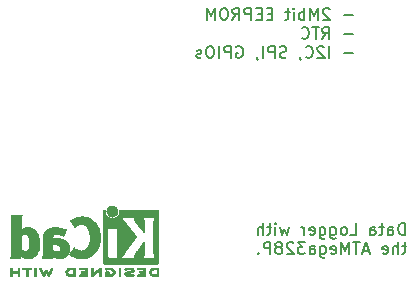
<source format=gbo>
%TF.GenerationSoftware,KiCad,Pcbnew,9.0.5*%
%TF.CreationDate,2025-11-09T03:03:20+02:00*%
%TF.ProjectId,Project 4 MCU Datalogger,50726f6a-6563-4742-9034-204d43552044,1*%
%TF.SameCoordinates,Original*%
%TF.FileFunction,Legend,Bot*%
%TF.FilePolarity,Positive*%
%FSLAX46Y46*%
G04 Gerber Fmt 4.6, Leading zero omitted, Abs format (unit mm)*
G04 Created by KiCad (PCBNEW 9.0.5) date 2025-11-09 03:03:20*
%MOMM*%
%LPD*%
G01*
G04 APERTURE LIST*
%ADD10C,0.200000*%
%ADD11C,0.010000*%
G04 APERTURE END LIST*
D10*
X141430326Y-96957275D02*
X141430326Y-95957275D01*
X141430326Y-95957275D02*
X141192231Y-95957275D01*
X141192231Y-95957275D02*
X141049374Y-96004894D01*
X141049374Y-96004894D02*
X140954136Y-96100132D01*
X140954136Y-96100132D02*
X140906517Y-96195370D01*
X140906517Y-96195370D02*
X140858898Y-96385846D01*
X140858898Y-96385846D02*
X140858898Y-96528703D01*
X140858898Y-96528703D02*
X140906517Y-96719179D01*
X140906517Y-96719179D02*
X140954136Y-96814417D01*
X140954136Y-96814417D02*
X141049374Y-96909656D01*
X141049374Y-96909656D02*
X141192231Y-96957275D01*
X141192231Y-96957275D02*
X141430326Y-96957275D01*
X140001755Y-96957275D02*
X140001755Y-96433465D01*
X140001755Y-96433465D02*
X140049374Y-96338227D01*
X140049374Y-96338227D02*
X140144612Y-96290608D01*
X140144612Y-96290608D02*
X140335088Y-96290608D01*
X140335088Y-96290608D02*
X140430326Y-96338227D01*
X140001755Y-96909656D02*
X140096993Y-96957275D01*
X140096993Y-96957275D02*
X140335088Y-96957275D01*
X140335088Y-96957275D02*
X140430326Y-96909656D01*
X140430326Y-96909656D02*
X140477945Y-96814417D01*
X140477945Y-96814417D02*
X140477945Y-96719179D01*
X140477945Y-96719179D02*
X140430326Y-96623941D01*
X140430326Y-96623941D02*
X140335088Y-96576322D01*
X140335088Y-96576322D02*
X140096993Y-96576322D01*
X140096993Y-96576322D02*
X140001755Y-96528703D01*
X139668421Y-96290608D02*
X139287469Y-96290608D01*
X139525564Y-95957275D02*
X139525564Y-96814417D01*
X139525564Y-96814417D02*
X139477945Y-96909656D01*
X139477945Y-96909656D02*
X139382707Y-96957275D01*
X139382707Y-96957275D02*
X139287469Y-96957275D01*
X138525564Y-96957275D02*
X138525564Y-96433465D01*
X138525564Y-96433465D02*
X138573183Y-96338227D01*
X138573183Y-96338227D02*
X138668421Y-96290608D01*
X138668421Y-96290608D02*
X138858897Y-96290608D01*
X138858897Y-96290608D02*
X138954135Y-96338227D01*
X138525564Y-96909656D02*
X138620802Y-96957275D01*
X138620802Y-96957275D02*
X138858897Y-96957275D01*
X138858897Y-96957275D02*
X138954135Y-96909656D01*
X138954135Y-96909656D02*
X139001754Y-96814417D01*
X139001754Y-96814417D02*
X139001754Y-96719179D01*
X139001754Y-96719179D02*
X138954135Y-96623941D01*
X138954135Y-96623941D02*
X138858897Y-96576322D01*
X138858897Y-96576322D02*
X138620802Y-96576322D01*
X138620802Y-96576322D02*
X138525564Y-96528703D01*
X136811278Y-96957275D02*
X137287468Y-96957275D01*
X137287468Y-96957275D02*
X137287468Y-95957275D01*
X136335087Y-96957275D02*
X136430325Y-96909656D01*
X136430325Y-96909656D02*
X136477944Y-96862036D01*
X136477944Y-96862036D02*
X136525563Y-96766798D01*
X136525563Y-96766798D02*
X136525563Y-96481084D01*
X136525563Y-96481084D02*
X136477944Y-96385846D01*
X136477944Y-96385846D02*
X136430325Y-96338227D01*
X136430325Y-96338227D02*
X136335087Y-96290608D01*
X136335087Y-96290608D02*
X136192230Y-96290608D01*
X136192230Y-96290608D02*
X136096992Y-96338227D01*
X136096992Y-96338227D02*
X136049373Y-96385846D01*
X136049373Y-96385846D02*
X136001754Y-96481084D01*
X136001754Y-96481084D02*
X136001754Y-96766798D01*
X136001754Y-96766798D02*
X136049373Y-96862036D01*
X136049373Y-96862036D02*
X136096992Y-96909656D01*
X136096992Y-96909656D02*
X136192230Y-96957275D01*
X136192230Y-96957275D02*
X136335087Y-96957275D01*
X135144611Y-96290608D02*
X135144611Y-97100132D01*
X135144611Y-97100132D02*
X135192230Y-97195370D01*
X135192230Y-97195370D02*
X135239849Y-97242989D01*
X135239849Y-97242989D02*
X135335087Y-97290608D01*
X135335087Y-97290608D02*
X135477944Y-97290608D01*
X135477944Y-97290608D02*
X135573182Y-97242989D01*
X135144611Y-96909656D02*
X135239849Y-96957275D01*
X135239849Y-96957275D02*
X135430325Y-96957275D01*
X135430325Y-96957275D02*
X135525563Y-96909656D01*
X135525563Y-96909656D02*
X135573182Y-96862036D01*
X135573182Y-96862036D02*
X135620801Y-96766798D01*
X135620801Y-96766798D02*
X135620801Y-96481084D01*
X135620801Y-96481084D02*
X135573182Y-96385846D01*
X135573182Y-96385846D02*
X135525563Y-96338227D01*
X135525563Y-96338227D02*
X135430325Y-96290608D01*
X135430325Y-96290608D02*
X135239849Y-96290608D01*
X135239849Y-96290608D02*
X135144611Y-96338227D01*
X134239849Y-96290608D02*
X134239849Y-97100132D01*
X134239849Y-97100132D02*
X134287468Y-97195370D01*
X134287468Y-97195370D02*
X134335087Y-97242989D01*
X134335087Y-97242989D02*
X134430325Y-97290608D01*
X134430325Y-97290608D02*
X134573182Y-97290608D01*
X134573182Y-97290608D02*
X134668420Y-97242989D01*
X134239849Y-96909656D02*
X134335087Y-96957275D01*
X134335087Y-96957275D02*
X134525563Y-96957275D01*
X134525563Y-96957275D02*
X134620801Y-96909656D01*
X134620801Y-96909656D02*
X134668420Y-96862036D01*
X134668420Y-96862036D02*
X134716039Y-96766798D01*
X134716039Y-96766798D02*
X134716039Y-96481084D01*
X134716039Y-96481084D02*
X134668420Y-96385846D01*
X134668420Y-96385846D02*
X134620801Y-96338227D01*
X134620801Y-96338227D02*
X134525563Y-96290608D01*
X134525563Y-96290608D02*
X134335087Y-96290608D01*
X134335087Y-96290608D02*
X134239849Y-96338227D01*
X133382706Y-96909656D02*
X133477944Y-96957275D01*
X133477944Y-96957275D02*
X133668420Y-96957275D01*
X133668420Y-96957275D02*
X133763658Y-96909656D01*
X133763658Y-96909656D02*
X133811277Y-96814417D01*
X133811277Y-96814417D02*
X133811277Y-96433465D01*
X133811277Y-96433465D02*
X133763658Y-96338227D01*
X133763658Y-96338227D02*
X133668420Y-96290608D01*
X133668420Y-96290608D02*
X133477944Y-96290608D01*
X133477944Y-96290608D02*
X133382706Y-96338227D01*
X133382706Y-96338227D02*
X133335087Y-96433465D01*
X133335087Y-96433465D02*
X133335087Y-96528703D01*
X133335087Y-96528703D02*
X133811277Y-96623941D01*
X132906515Y-96957275D02*
X132906515Y-96290608D01*
X132906515Y-96481084D02*
X132858896Y-96385846D01*
X132858896Y-96385846D02*
X132811277Y-96338227D01*
X132811277Y-96338227D02*
X132716039Y-96290608D01*
X132716039Y-96290608D02*
X132620801Y-96290608D01*
X131620800Y-96290608D02*
X131430324Y-96957275D01*
X131430324Y-96957275D02*
X131239848Y-96481084D01*
X131239848Y-96481084D02*
X131049372Y-96957275D01*
X131049372Y-96957275D02*
X130858896Y-96290608D01*
X130477943Y-96957275D02*
X130477943Y-96290608D01*
X130477943Y-95957275D02*
X130525562Y-96004894D01*
X130525562Y-96004894D02*
X130477943Y-96052513D01*
X130477943Y-96052513D02*
X130430324Y-96004894D01*
X130430324Y-96004894D02*
X130477943Y-95957275D01*
X130477943Y-95957275D02*
X130477943Y-96052513D01*
X130144610Y-96290608D02*
X129763658Y-96290608D01*
X130001753Y-95957275D02*
X130001753Y-96814417D01*
X130001753Y-96814417D02*
X129954134Y-96909656D01*
X129954134Y-96909656D02*
X129858896Y-96957275D01*
X129858896Y-96957275D02*
X129763658Y-96957275D01*
X129430324Y-96957275D02*
X129430324Y-95957275D01*
X129001753Y-96957275D02*
X129001753Y-96433465D01*
X129001753Y-96433465D02*
X129049372Y-96338227D01*
X129049372Y-96338227D02*
X129144610Y-96290608D01*
X129144610Y-96290608D02*
X129287467Y-96290608D01*
X129287467Y-96290608D02*
X129382705Y-96338227D01*
X129382705Y-96338227D02*
X129430324Y-96385846D01*
X141573183Y-97900552D02*
X141192231Y-97900552D01*
X141430326Y-97567219D02*
X141430326Y-98424361D01*
X141430326Y-98424361D02*
X141382707Y-98519600D01*
X141382707Y-98519600D02*
X141287469Y-98567219D01*
X141287469Y-98567219D02*
X141192231Y-98567219D01*
X140858897Y-98567219D02*
X140858897Y-97567219D01*
X140430326Y-98567219D02*
X140430326Y-98043409D01*
X140430326Y-98043409D02*
X140477945Y-97948171D01*
X140477945Y-97948171D02*
X140573183Y-97900552D01*
X140573183Y-97900552D02*
X140716040Y-97900552D01*
X140716040Y-97900552D02*
X140811278Y-97948171D01*
X140811278Y-97948171D02*
X140858897Y-97995790D01*
X139573183Y-98519600D02*
X139668421Y-98567219D01*
X139668421Y-98567219D02*
X139858897Y-98567219D01*
X139858897Y-98567219D02*
X139954135Y-98519600D01*
X139954135Y-98519600D02*
X140001754Y-98424361D01*
X140001754Y-98424361D02*
X140001754Y-98043409D01*
X140001754Y-98043409D02*
X139954135Y-97948171D01*
X139954135Y-97948171D02*
X139858897Y-97900552D01*
X139858897Y-97900552D02*
X139668421Y-97900552D01*
X139668421Y-97900552D02*
X139573183Y-97948171D01*
X139573183Y-97948171D02*
X139525564Y-98043409D01*
X139525564Y-98043409D02*
X139525564Y-98138647D01*
X139525564Y-98138647D02*
X140001754Y-98233885D01*
X138382706Y-98281504D02*
X137906516Y-98281504D01*
X138477944Y-98567219D02*
X138144611Y-97567219D01*
X138144611Y-97567219D02*
X137811278Y-98567219D01*
X137620801Y-97567219D02*
X137049373Y-97567219D01*
X137335087Y-98567219D02*
X137335087Y-97567219D01*
X136716039Y-98567219D02*
X136716039Y-97567219D01*
X136716039Y-97567219D02*
X136382706Y-98281504D01*
X136382706Y-98281504D02*
X136049373Y-97567219D01*
X136049373Y-97567219D02*
X136049373Y-98567219D01*
X135192230Y-98519600D02*
X135287468Y-98567219D01*
X135287468Y-98567219D02*
X135477944Y-98567219D01*
X135477944Y-98567219D02*
X135573182Y-98519600D01*
X135573182Y-98519600D02*
X135620801Y-98424361D01*
X135620801Y-98424361D02*
X135620801Y-98043409D01*
X135620801Y-98043409D02*
X135573182Y-97948171D01*
X135573182Y-97948171D02*
X135477944Y-97900552D01*
X135477944Y-97900552D02*
X135287468Y-97900552D01*
X135287468Y-97900552D02*
X135192230Y-97948171D01*
X135192230Y-97948171D02*
X135144611Y-98043409D01*
X135144611Y-98043409D02*
X135144611Y-98138647D01*
X135144611Y-98138647D02*
X135620801Y-98233885D01*
X134287468Y-97900552D02*
X134287468Y-98710076D01*
X134287468Y-98710076D02*
X134335087Y-98805314D01*
X134335087Y-98805314D02*
X134382706Y-98852933D01*
X134382706Y-98852933D02*
X134477944Y-98900552D01*
X134477944Y-98900552D02*
X134620801Y-98900552D01*
X134620801Y-98900552D02*
X134716039Y-98852933D01*
X134287468Y-98519600D02*
X134382706Y-98567219D01*
X134382706Y-98567219D02*
X134573182Y-98567219D01*
X134573182Y-98567219D02*
X134668420Y-98519600D01*
X134668420Y-98519600D02*
X134716039Y-98471980D01*
X134716039Y-98471980D02*
X134763658Y-98376742D01*
X134763658Y-98376742D02*
X134763658Y-98091028D01*
X134763658Y-98091028D02*
X134716039Y-97995790D01*
X134716039Y-97995790D02*
X134668420Y-97948171D01*
X134668420Y-97948171D02*
X134573182Y-97900552D01*
X134573182Y-97900552D02*
X134382706Y-97900552D01*
X134382706Y-97900552D02*
X134287468Y-97948171D01*
X133382706Y-98567219D02*
X133382706Y-98043409D01*
X133382706Y-98043409D02*
X133430325Y-97948171D01*
X133430325Y-97948171D02*
X133525563Y-97900552D01*
X133525563Y-97900552D02*
X133716039Y-97900552D01*
X133716039Y-97900552D02*
X133811277Y-97948171D01*
X133382706Y-98519600D02*
X133477944Y-98567219D01*
X133477944Y-98567219D02*
X133716039Y-98567219D01*
X133716039Y-98567219D02*
X133811277Y-98519600D01*
X133811277Y-98519600D02*
X133858896Y-98424361D01*
X133858896Y-98424361D02*
X133858896Y-98329123D01*
X133858896Y-98329123D02*
X133811277Y-98233885D01*
X133811277Y-98233885D02*
X133716039Y-98186266D01*
X133716039Y-98186266D02*
X133477944Y-98186266D01*
X133477944Y-98186266D02*
X133382706Y-98138647D01*
X133001753Y-97567219D02*
X132382706Y-97567219D01*
X132382706Y-97567219D02*
X132716039Y-97948171D01*
X132716039Y-97948171D02*
X132573182Y-97948171D01*
X132573182Y-97948171D02*
X132477944Y-97995790D01*
X132477944Y-97995790D02*
X132430325Y-98043409D01*
X132430325Y-98043409D02*
X132382706Y-98138647D01*
X132382706Y-98138647D02*
X132382706Y-98376742D01*
X132382706Y-98376742D02*
X132430325Y-98471980D01*
X132430325Y-98471980D02*
X132477944Y-98519600D01*
X132477944Y-98519600D02*
X132573182Y-98567219D01*
X132573182Y-98567219D02*
X132858896Y-98567219D01*
X132858896Y-98567219D02*
X132954134Y-98519600D01*
X132954134Y-98519600D02*
X133001753Y-98471980D01*
X132001753Y-97662457D02*
X131954134Y-97614838D01*
X131954134Y-97614838D02*
X131858896Y-97567219D01*
X131858896Y-97567219D02*
X131620801Y-97567219D01*
X131620801Y-97567219D02*
X131525563Y-97614838D01*
X131525563Y-97614838D02*
X131477944Y-97662457D01*
X131477944Y-97662457D02*
X131430325Y-97757695D01*
X131430325Y-97757695D02*
X131430325Y-97852933D01*
X131430325Y-97852933D02*
X131477944Y-97995790D01*
X131477944Y-97995790D02*
X132049372Y-98567219D01*
X132049372Y-98567219D02*
X131430325Y-98567219D01*
X130858896Y-97995790D02*
X130954134Y-97948171D01*
X130954134Y-97948171D02*
X131001753Y-97900552D01*
X131001753Y-97900552D02*
X131049372Y-97805314D01*
X131049372Y-97805314D02*
X131049372Y-97757695D01*
X131049372Y-97757695D02*
X131001753Y-97662457D01*
X131001753Y-97662457D02*
X130954134Y-97614838D01*
X130954134Y-97614838D02*
X130858896Y-97567219D01*
X130858896Y-97567219D02*
X130668420Y-97567219D01*
X130668420Y-97567219D02*
X130573182Y-97614838D01*
X130573182Y-97614838D02*
X130525563Y-97662457D01*
X130525563Y-97662457D02*
X130477944Y-97757695D01*
X130477944Y-97757695D02*
X130477944Y-97805314D01*
X130477944Y-97805314D02*
X130525563Y-97900552D01*
X130525563Y-97900552D02*
X130573182Y-97948171D01*
X130573182Y-97948171D02*
X130668420Y-97995790D01*
X130668420Y-97995790D02*
X130858896Y-97995790D01*
X130858896Y-97995790D02*
X130954134Y-98043409D01*
X130954134Y-98043409D02*
X131001753Y-98091028D01*
X131001753Y-98091028D02*
X131049372Y-98186266D01*
X131049372Y-98186266D02*
X131049372Y-98376742D01*
X131049372Y-98376742D02*
X131001753Y-98471980D01*
X131001753Y-98471980D02*
X130954134Y-98519600D01*
X130954134Y-98519600D02*
X130858896Y-98567219D01*
X130858896Y-98567219D02*
X130668420Y-98567219D01*
X130668420Y-98567219D02*
X130573182Y-98519600D01*
X130573182Y-98519600D02*
X130525563Y-98471980D01*
X130525563Y-98471980D02*
X130477944Y-98376742D01*
X130477944Y-98376742D02*
X130477944Y-98186266D01*
X130477944Y-98186266D02*
X130525563Y-98091028D01*
X130525563Y-98091028D02*
X130573182Y-98043409D01*
X130573182Y-98043409D02*
X130668420Y-97995790D01*
X130049372Y-98567219D02*
X130049372Y-97567219D01*
X130049372Y-97567219D02*
X129668420Y-97567219D01*
X129668420Y-97567219D02*
X129573182Y-97614838D01*
X129573182Y-97614838D02*
X129525563Y-97662457D01*
X129525563Y-97662457D02*
X129477944Y-97757695D01*
X129477944Y-97757695D02*
X129477944Y-97900552D01*
X129477944Y-97900552D02*
X129525563Y-97995790D01*
X129525563Y-97995790D02*
X129573182Y-98043409D01*
X129573182Y-98043409D02*
X129668420Y-98091028D01*
X129668420Y-98091028D02*
X130049372Y-98091028D01*
X129049372Y-98471980D02*
X129001753Y-98519600D01*
X129001753Y-98519600D02*
X129049372Y-98567219D01*
X129049372Y-98567219D02*
X129096991Y-98519600D01*
X129096991Y-98519600D02*
X129049372Y-98471980D01*
X129049372Y-98471980D02*
X129049372Y-98567219D01*
X137030326Y-78366378D02*
X136268422Y-78366378D01*
X135077945Y-77842569D02*
X135030326Y-77794950D01*
X135030326Y-77794950D02*
X134935088Y-77747331D01*
X134935088Y-77747331D02*
X134696993Y-77747331D01*
X134696993Y-77747331D02*
X134601755Y-77794950D01*
X134601755Y-77794950D02*
X134554136Y-77842569D01*
X134554136Y-77842569D02*
X134506517Y-77937807D01*
X134506517Y-77937807D02*
X134506517Y-78033045D01*
X134506517Y-78033045D02*
X134554136Y-78175902D01*
X134554136Y-78175902D02*
X135125564Y-78747331D01*
X135125564Y-78747331D02*
X134506517Y-78747331D01*
X134077945Y-78747331D02*
X134077945Y-77747331D01*
X134077945Y-77747331D02*
X133744612Y-78461616D01*
X133744612Y-78461616D02*
X133411279Y-77747331D01*
X133411279Y-77747331D02*
X133411279Y-78747331D01*
X132935088Y-78747331D02*
X132935088Y-77747331D01*
X132935088Y-78128283D02*
X132839850Y-78080664D01*
X132839850Y-78080664D02*
X132649374Y-78080664D01*
X132649374Y-78080664D02*
X132554136Y-78128283D01*
X132554136Y-78128283D02*
X132506517Y-78175902D01*
X132506517Y-78175902D02*
X132458898Y-78271140D01*
X132458898Y-78271140D02*
X132458898Y-78556854D01*
X132458898Y-78556854D02*
X132506517Y-78652092D01*
X132506517Y-78652092D02*
X132554136Y-78699712D01*
X132554136Y-78699712D02*
X132649374Y-78747331D01*
X132649374Y-78747331D02*
X132839850Y-78747331D01*
X132839850Y-78747331D02*
X132935088Y-78699712D01*
X132030326Y-78747331D02*
X132030326Y-78080664D01*
X132030326Y-77747331D02*
X132077945Y-77794950D01*
X132077945Y-77794950D02*
X132030326Y-77842569D01*
X132030326Y-77842569D02*
X131982707Y-77794950D01*
X131982707Y-77794950D02*
X132030326Y-77747331D01*
X132030326Y-77747331D02*
X132030326Y-77842569D01*
X131696993Y-78080664D02*
X131316041Y-78080664D01*
X131554136Y-77747331D02*
X131554136Y-78604473D01*
X131554136Y-78604473D02*
X131506517Y-78699712D01*
X131506517Y-78699712D02*
X131411279Y-78747331D01*
X131411279Y-78747331D02*
X131316041Y-78747331D01*
X130220802Y-78223521D02*
X129887469Y-78223521D01*
X129744612Y-78747331D02*
X130220802Y-78747331D01*
X130220802Y-78747331D02*
X130220802Y-77747331D01*
X130220802Y-77747331D02*
X129744612Y-77747331D01*
X129316040Y-78223521D02*
X128982707Y-78223521D01*
X128839850Y-78747331D02*
X129316040Y-78747331D01*
X129316040Y-78747331D02*
X129316040Y-77747331D01*
X129316040Y-77747331D02*
X128839850Y-77747331D01*
X128411278Y-78747331D02*
X128411278Y-77747331D01*
X128411278Y-77747331D02*
X128030326Y-77747331D01*
X128030326Y-77747331D02*
X127935088Y-77794950D01*
X127935088Y-77794950D02*
X127887469Y-77842569D01*
X127887469Y-77842569D02*
X127839850Y-77937807D01*
X127839850Y-77937807D02*
X127839850Y-78080664D01*
X127839850Y-78080664D02*
X127887469Y-78175902D01*
X127887469Y-78175902D02*
X127935088Y-78223521D01*
X127935088Y-78223521D02*
X128030326Y-78271140D01*
X128030326Y-78271140D02*
X128411278Y-78271140D01*
X126839850Y-78747331D02*
X127173183Y-78271140D01*
X127411278Y-78747331D02*
X127411278Y-77747331D01*
X127411278Y-77747331D02*
X127030326Y-77747331D01*
X127030326Y-77747331D02*
X126935088Y-77794950D01*
X126935088Y-77794950D02*
X126887469Y-77842569D01*
X126887469Y-77842569D02*
X126839850Y-77937807D01*
X126839850Y-77937807D02*
X126839850Y-78080664D01*
X126839850Y-78080664D02*
X126887469Y-78175902D01*
X126887469Y-78175902D02*
X126935088Y-78223521D01*
X126935088Y-78223521D02*
X127030326Y-78271140D01*
X127030326Y-78271140D02*
X127411278Y-78271140D01*
X126220802Y-77747331D02*
X126030326Y-77747331D01*
X126030326Y-77747331D02*
X125935088Y-77794950D01*
X125935088Y-77794950D02*
X125839850Y-77890188D01*
X125839850Y-77890188D02*
X125792231Y-78080664D01*
X125792231Y-78080664D02*
X125792231Y-78413997D01*
X125792231Y-78413997D02*
X125839850Y-78604473D01*
X125839850Y-78604473D02*
X125935088Y-78699712D01*
X125935088Y-78699712D02*
X126030326Y-78747331D01*
X126030326Y-78747331D02*
X126220802Y-78747331D01*
X126220802Y-78747331D02*
X126316040Y-78699712D01*
X126316040Y-78699712D02*
X126411278Y-78604473D01*
X126411278Y-78604473D02*
X126458897Y-78413997D01*
X126458897Y-78413997D02*
X126458897Y-78080664D01*
X126458897Y-78080664D02*
X126411278Y-77890188D01*
X126411278Y-77890188D02*
X126316040Y-77794950D01*
X126316040Y-77794950D02*
X126220802Y-77747331D01*
X125363659Y-78747331D02*
X125363659Y-77747331D01*
X125363659Y-77747331D02*
X125030326Y-78461616D01*
X125030326Y-78461616D02*
X124696993Y-77747331D01*
X124696993Y-77747331D02*
X124696993Y-78747331D01*
X137030326Y-79976322D02*
X136268422Y-79976322D01*
X134458898Y-80357275D02*
X134792231Y-79881084D01*
X135030326Y-80357275D02*
X135030326Y-79357275D01*
X135030326Y-79357275D02*
X134649374Y-79357275D01*
X134649374Y-79357275D02*
X134554136Y-79404894D01*
X134554136Y-79404894D02*
X134506517Y-79452513D01*
X134506517Y-79452513D02*
X134458898Y-79547751D01*
X134458898Y-79547751D02*
X134458898Y-79690608D01*
X134458898Y-79690608D02*
X134506517Y-79785846D01*
X134506517Y-79785846D02*
X134554136Y-79833465D01*
X134554136Y-79833465D02*
X134649374Y-79881084D01*
X134649374Y-79881084D02*
X135030326Y-79881084D01*
X134173183Y-79357275D02*
X133601755Y-79357275D01*
X133887469Y-80357275D02*
X133887469Y-79357275D01*
X132696993Y-80262036D02*
X132744612Y-80309656D01*
X132744612Y-80309656D02*
X132887469Y-80357275D01*
X132887469Y-80357275D02*
X132982707Y-80357275D01*
X132982707Y-80357275D02*
X133125564Y-80309656D01*
X133125564Y-80309656D02*
X133220802Y-80214417D01*
X133220802Y-80214417D02*
X133268421Y-80119179D01*
X133268421Y-80119179D02*
X133316040Y-79928703D01*
X133316040Y-79928703D02*
X133316040Y-79785846D01*
X133316040Y-79785846D02*
X133268421Y-79595370D01*
X133268421Y-79595370D02*
X133220802Y-79500132D01*
X133220802Y-79500132D02*
X133125564Y-79404894D01*
X133125564Y-79404894D02*
X132982707Y-79357275D01*
X132982707Y-79357275D02*
X132887469Y-79357275D01*
X132887469Y-79357275D02*
X132744612Y-79404894D01*
X132744612Y-79404894D02*
X132696993Y-79452513D01*
X137030326Y-81586266D02*
X136268422Y-81586266D01*
X135030326Y-81967219D02*
X135030326Y-80967219D01*
X134601755Y-81062457D02*
X134554136Y-81014838D01*
X134554136Y-81014838D02*
X134458898Y-80967219D01*
X134458898Y-80967219D02*
X134220803Y-80967219D01*
X134220803Y-80967219D02*
X134125565Y-81014838D01*
X134125565Y-81014838D02*
X134077946Y-81062457D01*
X134077946Y-81062457D02*
X134030327Y-81157695D01*
X134030327Y-81157695D02*
X134030327Y-81252933D01*
X134030327Y-81252933D02*
X134077946Y-81395790D01*
X134077946Y-81395790D02*
X134649374Y-81967219D01*
X134649374Y-81967219D02*
X134030327Y-81967219D01*
X133030327Y-81871980D02*
X133077946Y-81919600D01*
X133077946Y-81919600D02*
X133220803Y-81967219D01*
X133220803Y-81967219D02*
X133316041Y-81967219D01*
X133316041Y-81967219D02*
X133458898Y-81919600D01*
X133458898Y-81919600D02*
X133554136Y-81824361D01*
X133554136Y-81824361D02*
X133601755Y-81729123D01*
X133601755Y-81729123D02*
X133649374Y-81538647D01*
X133649374Y-81538647D02*
X133649374Y-81395790D01*
X133649374Y-81395790D02*
X133601755Y-81205314D01*
X133601755Y-81205314D02*
X133554136Y-81110076D01*
X133554136Y-81110076D02*
X133458898Y-81014838D01*
X133458898Y-81014838D02*
X133316041Y-80967219D01*
X133316041Y-80967219D02*
X133220803Y-80967219D01*
X133220803Y-80967219D02*
X133077946Y-81014838D01*
X133077946Y-81014838D02*
X133030327Y-81062457D01*
X132554136Y-81919600D02*
X132554136Y-81967219D01*
X132554136Y-81967219D02*
X132601755Y-82062457D01*
X132601755Y-82062457D02*
X132649374Y-82110076D01*
X131411279Y-81919600D02*
X131268422Y-81967219D01*
X131268422Y-81967219D02*
X131030327Y-81967219D01*
X131030327Y-81967219D02*
X130935089Y-81919600D01*
X130935089Y-81919600D02*
X130887470Y-81871980D01*
X130887470Y-81871980D02*
X130839851Y-81776742D01*
X130839851Y-81776742D02*
X130839851Y-81681504D01*
X130839851Y-81681504D02*
X130887470Y-81586266D01*
X130887470Y-81586266D02*
X130935089Y-81538647D01*
X130935089Y-81538647D02*
X131030327Y-81491028D01*
X131030327Y-81491028D02*
X131220803Y-81443409D01*
X131220803Y-81443409D02*
X131316041Y-81395790D01*
X131316041Y-81395790D02*
X131363660Y-81348171D01*
X131363660Y-81348171D02*
X131411279Y-81252933D01*
X131411279Y-81252933D02*
X131411279Y-81157695D01*
X131411279Y-81157695D02*
X131363660Y-81062457D01*
X131363660Y-81062457D02*
X131316041Y-81014838D01*
X131316041Y-81014838D02*
X131220803Y-80967219D01*
X131220803Y-80967219D02*
X130982708Y-80967219D01*
X130982708Y-80967219D02*
X130839851Y-81014838D01*
X130411279Y-81967219D02*
X130411279Y-80967219D01*
X130411279Y-80967219D02*
X130030327Y-80967219D01*
X130030327Y-80967219D02*
X129935089Y-81014838D01*
X129935089Y-81014838D02*
X129887470Y-81062457D01*
X129887470Y-81062457D02*
X129839851Y-81157695D01*
X129839851Y-81157695D02*
X129839851Y-81300552D01*
X129839851Y-81300552D02*
X129887470Y-81395790D01*
X129887470Y-81395790D02*
X129935089Y-81443409D01*
X129935089Y-81443409D02*
X130030327Y-81491028D01*
X130030327Y-81491028D02*
X130411279Y-81491028D01*
X129411279Y-81967219D02*
X129411279Y-80967219D01*
X128887470Y-81919600D02*
X128887470Y-81967219D01*
X128887470Y-81967219D02*
X128935089Y-82062457D01*
X128935089Y-82062457D02*
X128982708Y-82110076D01*
X127173185Y-81014838D02*
X127268423Y-80967219D01*
X127268423Y-80967219D02*
X127411280Y-80967219D01*
X127411280Y-80967219D02*
X127554137Y-81014838D01*
X127554137Y-81014838D02*
X127649375Y-81110076D01*
X127649375Y-81110076D02*
X127696994Y-81205314D01*
X127696994Y-81205314D02*
X127744613Y-81395790D01*
X127744613Y-81395790D02*
X127744613Y-81538647D01*
X127744613Y-81538647D02*
X127696994Y-81729123D01*
X127696994Y-81729123D02*
X127649375Y-81824361D01*
X127649375Y-81824361D02*
X127554137Y-81919600D01*
X127554137Y-81919600D02*
X127411280Y-81967219D01*
X127411280Y-81967219D02*
X127316042Y-81967219D01*
X127316042Y-81967219D02*
X127173185Y-81919600D01*
X127173185Y-81919600D02*
X127125566Y-81871980D01*
X127125566Y-81871980D02*
X127125566Y-81538647D01*
X127125566Y-81538647D02*
X127316042Y-81538647D01*
X126696994Y-81967219D02*
X126696994Y-80967219D01*
X126696994Y-80967219D02*
X126316042Y-80967219D01*
X126316042Y-80967219D02*
X126220804Y-81014838D01*
X126220804Y-81014838D02*
X126173185Y-81062457D01*
X126173185Y-81062457D02*
X126125566Y-81157695D01*
X126125566Y-81157695D02*
X126125566Y-81300552D01*
X126125566Y-81300552D02*
X126173185Y-81395790D01*
X126173185Y-81395790D02*
X126220804Y-81443409D01*
X126220804Y-81443409D02*
X126316042Y-81491028D01*
X126316042Y-81491028D02*
X126696994Y-81491028D01*
X125696994Y-81967219D02*
X125696994Y-80967219D01*
X125030328Y-80967219D02*
X124839852Y-80967219D01*
X124839852Y-80967219D02*
X124744614Y-81014838D01*
X124744614Y-81014838D02*
X124649376Y-81110076D01*
X124649376Y-81110076D02*
X124601757Y-81300552D01*
X124601757Y-81300552D02*
X124601757Y-81633885D01*
X124601757Y-81633885D02*
X124649376Y-81824361D01*
X124649376Y-81824361D02*
X124744614Y-81919600D01*
X124744614Y-81919600D02*
X124839852Y-81967219D01*
X124839852Y-81967219D02*
X125030328Y-81967219D01*
X125030328Y-81967219D02*
X125125566Y-81919600D01*
X125125566Y-81919600D02*
X125220804Y-81824361D01*
X125220804Y-81824361D02*
X125268423Y-81633885D01*
X125268423Y-81633885D02*
X125268423Y-81300552D01*
X125268423Y-81300552D02*
X125220804Y-81110076D01*
X125220804Y-81110076D02*
X125125566Y-81014838D01*
X125125566Y-81014838D02*
X125030328Y-80967219D01*
X124220804Y-81919600D02*
X124125566Y-81967219D01*
X124125566Y-81967219D02*
X123935090Y-81967219D01*
X123935090Y-81967219D02*
X123839852Y-81919600D01*
X123839852Y-81919600D02*
X123792233Y-81824361D01*
X123792233Y-81824361D02*
X123792233Y-81776742D01*
X123792233Y-81776742D02*
X123839852Y-81681504D01*
X123839852Y-81681504D02*
X123935090Y-81633885D01*
X123935090Y-81633885D02*
X124077947Y-81633885D01*
X124077947Y-81633885D02*
X124173185Y-81586266D01*
X124173185Y-81586266D02*
X124220804Y-81491028D01*
X124220804Y-81491028D02*
X124220804Y-81443409D01*
X124220804Y-81443409D02*
X124173185Y-81348171D01*
X124173185Y-81348171D02*
X124077947Y-81300552D01*
X124077947Y-81300552D02*
X123935090Y-81300552D01*
X123935090Y-81300552D02*
X123839852Y-81348171D01*
D11*
%TO.C,REF\u002A\u002A*%
X110155406Y-99724949D02*
X110181127Y-99740647D01*
X110207778Y-99762227D01*
X110207778Y-100409684D01*
X110181127Y-100431264D01*
X110149767Y-100448739D01*
X110113966Y-100449575D01*
X110082528Y-100429082D01*
X110078652Y-100424416D01*
X110073186Y-100414949D01*
X110068979Y-100401267D01*
X110065867Y-100380748D01*
X110063687Y-100350768D01*
X110062276Y-100308704D01*
X110061471Y-100251932D01*
X110061107Y-100177830D01*
X110061022Y-100083773D01*
X110061022Y-99762227D01*
X110087673Y-99740647D01*
X110111386Y-99725877D01*
X110134400Y-99719067D01*
X110155406Y-99724949D01*
G36*
X110155406Y-99724949D02*
G01*
X110181127Y-99740647D01*
X110207778Y-99762227D01*
X110207778Y-100409684D01*
X110181127Y-100431264D01*
X110149767Y-100448739D01*
X110113966Y-100449575D01*
X110082528Y-100429082D01*
X110078652Y-100424416D01*
X110073186Y-100414949D01*
X110068979Y-100401267D01*
X110065867Y-100380748D01*
X110063687Y-100350768D01*
X110062276Y-100308704D01*
X110061471Y-100251932D01*
X110061107Y-100177830D01*
X110061022Y-100083773D01*
X110061022Y-99762227D01*
X110087673Y-99740647D01*
X110111386Y-99725877D01*
X110134400Y-99719067D01*
X110155406Y-99724949D01*
G37*
X117286137Y-99723463D02*
X117320291Y-99746776D01*
X117348000Y-99774485D01*
X117348000Y-100087537D01*
X117347959Y-100171567D01*
X117347701Y-100245789D01*
X117347030Y-100302541D01*
X117345752Y-100344512D01*
X117343673Y-100374389D01*
X117340599Y-100394861D01*
X117336334Y-100408614D01*
X117330684Y-100418337D01*
X117323455Y-100426717D01*
X117291991Y-100448181D01*
X117256826Y-100449947D01*
X117223822Y-100430267D01*
X117218516Y-100424398D01*
X117213066Y-100415314D01*
X117208900Y-100401973D01*
X117205846Y-100381757D01*
X117203732Y-100352049D01*
X117202386Y-100310232D01*
X117201638Y-100253689D01*
X117201314Y-100179802D01*
X117201245Y-100085956D01*
X117201284Y-100010294D01*
X117201539Y-99932385D01*
X117202183Y-99872375D01*
X117203387Y-99827648D01*
X117205324Y-99795585D01*
X117208164Y-99773571D01*
X117212079Y-99758987D01*
X117217242Y-99749218D01*
X117223822Y-99741645D01*
X117253006Y-99722623D01*
X117286137Y-99723463D01*
G36*
X117286137Y-99723463D02*
G01*
X117320291Y-99746776D01*
X117348000Y-99774485D01*
X117348000Y-100087537D01*
X117347959Y-100171567D01*
X117347701Y-100245789D01*
X117347030Y-100302541D01*
X117345752Y-100344512D01*
X117343673Y-100374389D01*
X117340599Y-100394861D01*
X117336334Y-100408614D01*
X117330684Y-100418337D01*
X117323455Y-100426717D01*
X117291991Y-100448181D01*
X117256826Y-100449947D01*
X117223822Y-100430267D01*
X117218516Y-100424398D01*
X117213066Y-100415314D01*
X117208900Y-100401973D01*
X117205846Y-100381757D01*
X117203732Y-100352049D01*
X117202386Y-100310232D01*
X117201638Y-100253689D01*
X117201314Y-100179802D01*
X117201245Y-100085956D01*
X117201284Y-100010294D01*
X117201539Y-99932385D01*
X117202183Y-99872375D01*
X117203387Y-99827648D01*
X117205324Y-99795585D01*
X117208164Y-99773571D01*
X117212079Y-99758987D01*
X117217242Y-99749218D01*
X117223822Y-99741645D01*
X117253006Y-99722623D01*
X117286137Y-99723463D01*
G37*
X116754562Y-94482850D02*
X116837313Y-94510053D01*
X116912406Y-94555484D01*
X116984298Y-94621302D01*
X117022846Y-94665567D01*
X117062256Y-94723961D01*
X117087446Y-94784586D01*
X117100861Y-94853865D01*
X117104948Y-94938222D01*
X117104669Y-94984307D01*
X117102460Y-95025450D01*
X117096894Y-95057582D01*
X117086586Y-95088122D01*
X117070148Y-95124489D01*
X117056200Y-95151728D01*
X116997665Y-95237429D01*
X116925619Y-95306617D01*
X116841947Y-95357741D01*
X116748531Y-95389250D01*
X116715434Y-95396225D01*
X116674960Y-95403094D01*
X116641999Y-95404919D01*
X116607698Y-95401947D01*
X116563200Y-95394426D01*
X116511934Y-95382002D01*
X116421434Y-95344112D01*
X116342345Y-95289836D01*
X116276528Y-95221770D01*
X116225840Y-95142511D01*
X116192140Y-95054654D01*
X116177286Y-94960795D01*
X116183136Y-94863530D01*
X116209399Y-94767220D01*
X116254418Y-94678494D01*
X116315373Y-94603419D01*
X116390184Y-94543641D01*
X116476768Y-94500809D01*
X116573043Y-94476571D01*
X116676928Y-94472576D01*
X116754562Y-94482850D01*
G36*
X116754562Y-94482850D02*
G01*
X116837313Y-94510053D01*
X116912406Y-94555484D01*
X116984298Y-94621302D01*
X117022846Y-94665567D01*
X117062256Y-94723961D01*
X117087446Y-94784586D01*
X117100861Y-94853865D01*
X117104948Y-94938222D01*
X117104669Y-94984307D01*
X117102460Y-95025450D01*
X117096894Y-95057582D01*
X117086586Y-95088122D01*
X117070148Y-95124489D01*
X117056200Y-95151728D01*
X116997665Y-95237429D01*
X116925619Y-95306617D01*
X116841947Y-95357741D01*
X116748531Y-95389250D01*
X116715434Y-95396225D01*
X116674960Y-95403094D01*
X116641999Y-95404919D01*
X116607698Y-95401947D01*
X116563200Y-95394426D01*
X116511934Y-95382002D01*
X116421434Y-95344112D01*
X116342345Y-95289836D01*
X116276528Y-95221770D01*
X116225840Y-95142511D01*
X116192140Y-95054654D01*
X116177286Y-94960795D01*
X116183136Y-94863530D01*
X116209399Y-94767220D01*
X116254418Y-94678494D01*
X116315373Y-94603419D01*
X116390184Y-94543641D01*
X116476768Y-94500809D01*
X116573043Y-94476571D01*
X116676928Y-94472576D01*
X116754562Y-94482850D01*
G37*
X109455767Y-99719068D02*
X109549890Y-99719158D01*
X109624405Y-99719498D01*
X109681811Y-99720239D01*
X109724611Y-99721535D01*
X109755304Y-99723537D01*
X109776391Y-99726396D01*
X109790373Y-99730266D01*
X109799750Y-99735298D01*
X109807022Y-99741645D01*
X109825828Y-99774362D01*
X109827275Y-99811939D01*
X109810917Y-99845178D01*
X109809557Y-99846631D01*
X109798354Y-99854992D01*
X109781252Y-99860547D01*
X109754082Y-99863840D01*
X109712678Y-99865418D01*
X109652873Y-99865822D01*
X109513511Y-99865822D01*
X109513511Y-100129589D01*
X109513436Y-100205417D01*
X109513028Y-100272083D01*
X109512046Y-100321867D01*
X109510250Y-100357784D01*
X109507399Y-100382850D01*
X109503253Y-100400081D01*
X109497571Y-100412492D01*
X109490114Y-100423100D01*
X109487824Y-100425906D01*
X109456646Y-100448548D01*
X109422266Y-100450112D01*
X109389334Y-100430267D01*
X109382355Y-100422191D01*
X109376883Y-100411593D01*
X109372863Y-100395749D01*
X109370072Y-100371773D01*
X109368288Y-100336774D01*
X109367289Y-100287864D01*
X109366852Y-100222154D01*
X109366756Y-100136756D01*
X109366756Y-99865822D01*
X109220820Y-99865822D01*
X109209720Y-99865821D01*
X109153202Y-99865596D01*
X109114358Y-99864457D01*
X109088965Y-99861657D01*
X109072804Y-99856450D01*
X109061652Y-99848089D01*
X109051289Y-99835826D01*
X109035441Y-99805138D01*
X109038543Y-99771358D01*
X109064187Y-99738822D01*
X109069129Y-99735105D01*
X109079338Y-99730269D01*
X109094764Y-99726506D01*
X109117886Y-99723683D01*
X109151183Y-99721670D01*
X109197137Y-99720333D01*
X109258228Y-99719542D01*
X109336935Y-99719163D01*
X109435740Y-99719067D01*
X109455767Y-99719068D01*
G36*
X109455767Y-99719068D02*
G01*
X109549890Y-99719158D01*
X109624405Y-99719498D01*
X109681811Y-99720239D01*
X109724611Y-99721535D01*
X109755304Y-99723537D01*
X109776391Y-99726396D01*
X109790373Y-99730266D01*
X109799750Y-99735298D01*
X109807022Y-99741645D01*
X109825828Y-99774362D01*
X109827275Y-99811939D01*
X109810917Y-99845178D01*
X109809557Y-99846631D01*
X109798354Y-99854992D01*
X109781252Y-99860547D01*
X109754082Y-99863840D01*
X109712678Y-99865418D01*
X109652873Y-99865822D01*
X109513511Y-99865822D01*
X109513511Y-100129589D01*
X109513436Y-100205417D01*
X109513028Y-100272083D01*
X109512046Y-100321867D01*
X109510250Y-100357784D01*
X109507399Y-100382850D01*
X109503253Y-100400081D01*
X109497571Y-100412492D01*
X109490114Y-100423100D01*
X109487824Y-100425906D01*
X109456646Y-100448548D01*
X109422266Y-100450112D01*
X109389334Y-100430267D01*
X109382355Y-100422191D01*
X109376883Y-100411593D01*
X109372863Y-100395749D01*
X109370072Y-100371773D01*
X109368288Y-100336774D01*
X109367289Y-100287864D01*
X109366852Y-100222154D01*
X109366756Y-100136756D01*
X109366756Y-99865822D01*
X109220820Y-99865822D01*
X109209720Y-99865821D01*
X109153202Y-99865596D01*
X109114358Y-99864457D01*
X109088965Y-99861657D01*
X109072804Y-99856450D01*
X109061652Y-99848089D01*
X109051289Y-99835826D01*
X109035441Y-99805138D01*
X109038543Y-99771358D01*
X109064187Y-99738822D01*
X109069129Y-99735105D01*
X109079338Y-99730269D01*
X109094764Y-99726506D01*
X109117886Y-99723683D01*
X109151183Y-99721670D01*
X109197137Y-99720333D01*
X109258228Y-99719542D01*
X109336935Y-99719163D01*
X109435740Y-99719067D01*
X109455767Y-99719068D01*
G37*
X108779734Y-99741645D02*
X108785366Y-99747835D01*
X108790456Y-99756041D01*
X108794543Y-99767817D01*
X108797721Y-99785276D01*
X108800087Y-99810530D01*
X108801738Y-99845690D01*
X108802769Y-99892869D01*
X108803277Y-99954177D01*
X108803359Y-100031727D01*
X108803109Y-100127631D01*
X108802625Y-100244000D01*
X108802557Y-100258175D01*
X108801971Y-100319937D01*
X108800648Y-100363620D01*
X108798103Y-100393001D01*
X108793848Y-100411855D01*
X108787396Y-100423959D01*
X108778262Y-100433089D01*
X108744804Y-100450506D01*
X108709856Y-100447604D01*
X108678953Y-100423100D01*
X108669944Y-100409897D01*
X108662492Y-100391361D01*
X108658124Y-100365333D01*
X108656069Y-100326787D01*
X108655556Y-100270700D01*
X108655556Y-100148045D01*
X108158845Y-100148045D01*
X108158845Y-100282871D01*
X108158772Y-100318662D01*
X108158009Y-100364992D01*
X108155833Y-100395526D01*
X108151536Y-100414557D01*
X108144412Y-100426374D01*
X108133755Y-100435271D01*
X108101504Y-100450341D01*
X108066217Y-100447673D01*
X108035486Y-100423100D01*
X108030831Y-100416845D01*
X108024895Y-100406321D01*
X108020364Y-100392391D01*
X108017048Y-100372317D01*
X108014759Y-100343360D01*
X108013308Y-100302780D01*
X108012505Y-100247840D01*
X108012162Y-100175799D01*
X108012089Y-100083920D01*
X108012089Y-99774485D01*
X108039798Y-99746776D01*
X108071177Y-99724533D01*
X108104406Y-99721844D01*
X108136267Y-99741645D01*
X108144553Y-99751415D01*
X108151965Y-99767307D01*
X108156302Y-99791275D01*
X108158338Y-99828148D01*
X108158845Y-99882756D01*
X108158845Y-100001289D01*
X108655556Y-100001289D01*
X108655556Y-99885776D01*
X108655994Y-99834078D01*
X108657958Y-99799554D01*
X108662474Y-99776978D01*
X108670567Y-99761126D01*
X108683265Y-99746776D01*
X108714643Y-99724533D01*
X108747872Y-99721844D01*
X108779734Y-99741645D01*
G36*
X108779734Y-99741645D02*
G01*
X108785366Y-99747835D01*
X108790456Y-99756041D01*
X108794543Y-99767817D01*
X108797721Y-99785276D01*
X108800087Y-99810530D01*
X108801738Y-99845690D01*
X108802769Y-99892869D01*
X108803277Y-99954177D01*
X108803359Y-100031727D01*
X108803109Y-100127631D01*
X108802625Y-100244000D01*
X108802557Y-100258175D01*
X108801971Y-100319937D01*
X108800648Y-100363620D01*
X108798103Y-100393001D01*
X108793848Y-100411855D01*
X108787396Y-100423959D01*
X108778262Y-100433089D01*
X108744804Y-100450506D01*
X108709856Y-100447604D01*
X108678953Y-100423100D01*
X108669944Y-100409897D01*
X108662492Y-100391361D01*
X108658124Y-100365333D01*
X108656069Y-100326787D01*
X108655556Y-100270700D01*
X108655556Y-100148045D01*
X108158845Y-100148045D01*
X108158845Y-100282871D01*
X108158772Y-100318662D01*
X108158009Y-100364992D01*
X108155833Y-100395526D01*
X108151536Y-100414557D01*
X108144412Y-100426374D01*
X108133755Y-100435271D01*
X108101504Y-100450341D01*
X108066217Y-100447673D01*
X108035486Y-100423100D01*
X108030831Y-100416845D01*
X108024895Y-100406321D01*
X108020364Y-100392391D01*
X108017048Y-100372317D01*
X108014759Y-100343360D01*
X108013308Y-100302780D01*
X108012505Y-100247840D01*
X108012162Y-100175799D01*
X108012089Y-100083920D01*
X108012089Y-99774485D01*
X108039798Y-99746776D01*
X108071177Y-99724533D01*
X108104406Y-99721844D01*
X108136267Y-99741645D01*
X108144553Y-99751415D01*
X108151965Y-99767307D01*
X108156302Y-99791275D01*
X108158338Y-99828148D01*
X108158845Y-99882756D01*
X108158845Y-100001289D01*
X108655556Y-100001289D01*
X108655556Y-99885776D01*
X108655994Y-99834078D01*
X108657958Y-99799554D01*
X108662474Y-99776978D01*
X108670567Y-99761126D01*
X108683265Y-99746776D01*
X108714643Y-99724533D01*
X108747872Y-99721844D01*
X108779734Y-99741645D01*
G37*
X113485133Y-100330396D02*
X113483163Y-100363175D01*
X113480235Y-100386095D01*
X113476158Y-100401897D01*
X113470743Y-100413319D01*
X113463803Y-100423100D01*
X113440406Y-100452845D01*
X113274714Y-100452251D01*
X113239918Y-100451953D01*
X113141435Y-100448522D01*
X113060473Y-100440839D01*
X112993379Y-100428282D01*
X112936496Y-100410227D01*
X112886169Y-100386052D01*
X112882810Y-100384135D01*
X112824998Y-100347417D01*
X112782644Y-100310451D01*
X112749828Y-100266966D01*
X112720628Y-100210689D01*
X112716346Y-100201073D01*
X112693769Y-100137887D01*
X112688034Y-100092333D01*
X112837279Y-100092333D01*
X112842892Y-100117061D01*
X112848618Y-100132939D01*
X112881548Y-100192847D01*
X112928886Y-100238600D01*
X112992652Y-100271736D01*
X113074861Y-100293790D01*
X113077655Y-100294292D01*
X113123940Y-100300255D01*
X113180336Y-100304483D01*
X113235274Y-100306089D01*
X113329156Y-100306089D01*
X113329156Y-99865822D01*
X113241667Y-99866270D01*
X113174747Y-99868746D01*
X113082349Y-99879998D01*
X113003034Y-99899537D01*
X112941060Y-99926511D01*
X112910120Y-99947240D01*
X112882000Y-99977006D01*
X112858660Y-100019434D01*
X112851533Y-100035400D01*
X112839709Y-100067902D01*
X112837279Y-100092333D01*
X112688034Y-100092333D01*
X112686797Y-100082509D01*
X112695399Y-100027483D01*
X112719541Y-99965351D01*
X112720337Y-99963658D01*
X112760788Y-99894236D01*
X112811473Y-99837638D01*
X112874198Y-99793070D01*
X112950774Y-99759741D01*
X113043009Y-99736861D01*
X113152712Y-99723636D01*
X113281691Y-99719275D01*
X113285263Y-99719270D01*
X113345283Y-99719410D01*
X113387214Y-99720446D01*
X113415328Y-99723040D01*
X113433897Y-99727853D01*
X113447194Y-99735544D01*
X113459491Y-99746776D01*
X113487200Y-99774485D01*
X113487200Y-100083920D01*
X113487175Y-100145526D01*
X113486950Y-100224311D01*
X113486332Y-100285021D01*
X113485775Y-100306089D01*
X113485133Y-100330396D01*
G36*
X113485133Y-100330396D02*
G01*
X113483163Y-100363175D01*
X113480235Y-100386095D01*
X113476158Y-100401897D01*
X113470743Y-100413319D01*
X113463803Y-100423100D01*
X113440406Y-100452845D01*
X113274714Y-100452251D01*
X113239918Y-100451953D01*
X113141435Y-100448522D01*
X113060473Y-100440839D01*
X112993379Y-100428282D01*
X112936496Y-100410227D01*
X112886169Y-100386052D01*
X112882810Y-100384135D01*
X112824998Y-100347417D01*
X112782644Y-100310451D01*
X112749828Y-100266966D01*
X112720628Y-100210689D01*
X112716346Y-100201073D01*
X112693769Y-100137887D01*
X112688034Y-100092333D01*
X112837279Y-100092333D01*
X112842892Y-100117061D01*
X112848618Y-100132939D01*
X112881548Y-100192847D01*
X112928886Y-100238600D01*
X112992652Y-100271736D01*
X113074861Y-100293790D01*
X113077655Y-100294292D01*
X113123940Y-100300255D01*
X113180336Y-100304483D01*
X113235274Y-100306089D01*
X113329156Y-100306089D01*
X113329156Y-99865822D01*
X113241667Y-99866270D01*
X113174747Y-99868746D01*
X113082349Y-99879998D01*
X113003034Y-99899537D01*
X112941060Y-99926511D01*
X112910120Y-99947240D01*
X112882000Y-99977006D01*
X112858660Y-100019434D01*
X112851533Y-100035400D01*
X112839709Y-100067902D01*
X112837279Y-100092333D01*
X112688034Y-100092333D01*
X112686797Y-100082509D01*
X112695399Y-100027483D01*
X112719541Y-99965351D01*
X112720337Y-99963658D01*
X112760788Y-99894236D01*
X112811473Y-99837638D01*
X112874198Y-99793070D01*
X112950774Y-99759741D01*
X113043009Y-99736861D01*
X113152712Y-99723636D01*
X113281691Y-99719275D01*
X113285263Y-99719270D01*
X113345283Y-99719410D01*
X113387214Y-99720446D01*
X113415328Y-99723040D01*
X113433897Y-99727853D01*
X113447194Y-99735544D01*
X113459491Y-99746776D01*
X113487200Y-99774485D01*
X113487200Y-100083920D01*
X113487175Y-100145526D01*
X113486950Y-100224311D01*
X113486332Y-100285021D01*
X113485775Y-100306089D01*
X113485133Y-100330396D01*
G37*
X120576817Y-99904427D02*
X120576870Y-99985041D01*
X120576622Y-100085956D01*
X120576583Y-100161617D01*
X120576328Y-100239526D01*
X120575684Y-100299536D01*
X120574480Y-100344264D01*
X120572543Y-100376326D01*
X120569703Y-100398340D01*
X120565788Y-100412924D01*
X120560626Y-100422694D01*
X120554045Y-100430267D01*
X120547077Y-100436501D01*
X120534079Y-100443801D01*
X120514931Y-100448554D01*
X120485528Y-100451292D01*
X120441762Y-100452545D01*
X120379528Y-100452845D01*
X120330582Y-100452469D01*
X120223722Y-100448041D01*
X120134494Y-100437953D01*
X120059696Y-100421365D01*
X119996125Y-100397435D01*
X119940579Y-100365321D01*
X119889854Y-100324182D01*
X119883866Y-100318330D01*
X119846999Y-100269821D01*
X119815899Y-100209013D01*
X119794417Y-100144769D01*
X119789136Y-100106026D01*
X119936353Y-100106026D01*
X119954635Y-100156961D01*
X119984305Y-100202878D01*
X120031002Y-100245287D01*
X120092392Y-100275090D01*
X120171538Y-100294226D01*
X120173028Y-100294464D01*
X120221999Y-100300256D01*
X120280693Y-100304396D01*
X120336734Y-100306004D01*
X120429867Y-100306089D01*
X120429867Y-99865822D01*
X120353667Y-99865808D01*
X120350639Y-99865817D01*
X120299519Y-99867782D01*
X120239416Y-99872507D01*
X120182708Y-99879035D01*
X120132750Y-99888331D01*
X120057998Y-99914600D01*
X120000489Y-99953899D01*
X119958988Y-100006933D01*
X119937771Y-100058200D01*
X119936353Y-100106026D01*
X119789136Y-100106026D01*
X119786400Y-100085956D01*
X119787679Y-100064739D01*
X119799991Y-100007323D01*
X119822520Y-99947413D01*
X119851750Y-99893363D01*
X119884167Y-99853532D01*
X119903708Y-99836510D01*
X119958420Y-99797322D01*
X120018723Y-99767193D01*
X120087919Y-99745232D01*
X120169311Y-99730550D01*
X120266200Y-99722259D01*
X120381889Y-99719467D01*
X120421371Y-99719066D01*
X120467082Y-99718653D01*
X120502883Y-99720457D01*
X120529974Y-99726739D01*
X120549556Y-99739759D01*
X120562830Y-99761778D01*
X120570998Y-99795055D01*
X120575260Y-99841851D01*
X120575857Y-99865822D01*
X120576817Y-99904427D01*
G36*
X120576817Y-99904427D02*
G01*
X120576870Y-99985041D01*
X120576622Y-100085956D01*
X120576583Y-100161617D01*
X120576328Y-100239526D01*
X120575684Y-100299536D01*
X120574480Y-100344264D01*
X120572543Y-100376326D01*
X120569703Y-100398340D01*
X120565788Y-100412924D01*
X120560626Y-100422694D01*
X120554045Y-100430267D01*
X120547077Y-100436501D01*
X120534079Y-100443801D01*
X120514931Y-100448554D01*
X120485528Y-100451292D01*
X120441762Y-100452545D01*
X120379528Y-100452845D01*
X120330582Y-100452469D01*
X120223722Y-100448041D01*
X120134494Y-100437953D01*
X120059696Y-100421365D01*
X119996125Y-100397435D01*
X119940579Y-100365321D01*
X119889854Y-100324182D01*
X119883866Y-100318330D01*
X119846999Y-100269821D01*
X119815899Y-100209013D01*
X119794417Y-100144769D01*
X119789136Y-100106026D01*
X119936353Y-100106026D01*
X119954635Y-100156961D01*
X119984305Y-100202878D01*
X120031002Y-100245287D01*
X120092392Y-100275090D01*
X120171538Y-100294226D01*
X120173028Y-100294464D01*
X120221999Y-100300256D01*
X120280693Y-100304396D01*
X120336734Y-100306004D01*
X120429867Y-100306089D01*
X120429867Y-99865822D01*
X120353667Y-99865808D01*
X120350639Y-99865817D01*
X120299519Y-99867782D01*
X120239416Y-99872507D01*
X120182708Y-99879035D01*
X120132750Y-99888331D01*
X120057998Y-99914600D01*
X120000489Y-99953899D01*
X119958988Y-100006933D01*
X119937771Y-100058200D01*
X119936353Y-100106026D01*
X119789136Y-100106026D01*
X119786400Y-100085956D01*
X119787679Y-100064739D01*
X119799991Y-100007323D01*
X119822520Y-99947413D01*
X119851750Y-99893363D01*
X119884167Y-99853532D01*
X119903708Y-99836510D01*
X119958420Y-99797322D01*
X120018723Y-99767193D01*
X120087919Y-99745232D01*
X120169311Y-99730550D01*
X120266200Y-99722259D01*
X120381889Y-99719467D01*
X120421371Y-99719066D01*
X120467082Y-99718653D01*
X120502883Y-99720457D01*
X120529974Y-99726739D01*
X120549556Y-99739759D01*
X120562830Y-99761778D01*
X120570998Y-99795055D01*
X120575260Y-99841851D01*
X120575857Y-99865822D01*
X120576817Y-99904427D01*
G37*
X115631893Y-99717892D02*
X115643301Y-99724029D01*
X115653850Y-99734691D01*
X115665136Y-99748811D01*
X115669589Y-99754772D01*
X115675588Y-99765268D01*
X115680167Y-99779093D01*
X115683519Y-99798998D01*
X115685833Y-99827732D01*
X115687301Y-99868045D01*
X115688113Y-99922687D01*
X115688460Y-99994407D01*
X115688534Y-100085956D01*
X115688511Y-100144486D01*
X115688292Y-100223573D01*
X115687683Y-100284516D01*
X115686492Y-100330062D01*
X115684529Y-100362963D01*
X115681603Y-100385968D01*
X115677523Y-100401826D01*
X115672097Y-100413286D01*
X115665136Y-100423100D01*
X115634708Y-100447493D01*
X115599765Y-100450372D01*
X115562784Y-100431282D01*
X115558600Y-100427807D01*
X115550424Y-100419279D01*
X115544364Y-100407728D01*
X115539981Y-100389896D01*
X115536839Y-100362524D01*
X115534502Y-100322354D01*
X115532531Y-100266128D01*
X115530489Y-100190589D01*
X115524845Y-99971458D01*
X115259556Y-100212099D01*
X115185722Y-100278875D01*
X115120542Y-100336991D01*
X115068348Y-100381949D01*
X115027273Y-100414871D01*
X114995455Y-100436879D01*
X114971026Y-100449094D01*
X114952124Y-100452639D01*
X114936883Y-100448636D01*
X114923439Y-100438207D01*
X114909927Y-100422474D01*
X114903682Y-100413991D01*
X114898050Y-100403413D01*
X114893839Y-100389255D01*
X114890887Y-100368803D01*
X114889032Y-100339342D01*
X114888113Y-100298161D01*
X114887968Y-100242544D01*
X114888435Y-100169779D01*
X114889352Y-100077151D01*
X114892667Y-99762199D01*
X114919318Y-99740633D01*
X114945383Y-99724441D01*
X114978241Y-99721670D01*
X115012772Y-99740623D01*
X115017084Y-99744208D01*
X115025216Y-99752737D01*
X115031245Y-99764329D01*
X115035606Y-99782235D01*
X115038734Y-99809706D01*
X115041063Y-99849994D01*
X115043029Y-99906351D01*
X115045067Y-99982029D01*
X115050711Y-100201878D01*
X115231334Y-100038084D01*
X115318072Y-99959451D01*
X115393843Y-99891058D01*
X115455980Y-99835708D01*
X115506078Y-99792338D01*
X115545735Y-99759881D01*
X115576548Y-99737273D01*
X115600114Y-99723448D01*
X115618030Y-99717343D01*
X115631893Y-99717892D01*
G36*
X115631893Y-99717892D02*
G01*
X115643301Y-99724029D01*
X115653850Y-99734691D01*
X115665136Y-99748811D01*
X115669589Y-99754772D01*
X115675588Y-99765268D01*
X115680167Y-99779093D01*
X115683519Y-99798998D01*
X115685833Y-99827732D01*
X115687301Y-99868045D01*
X115688113Y-99922687D01*
X115688460Y-99994407D01*
X115688534Y-100085956D01*
X115688511Y-100144486D01*
X115688292Y-100223573D01*
X115687683Y-100284516D01*
X115686492Y-100330062D01*
X115684529Y-100362963D01*
X115681603Y-100385968D01*
X115677523Y-100401826D01*
X115672097Y-100413286D01*
X115665136Y-100423100D01*
X115634708Y-100447493D01*
X115599765Y-100450372D01*
X115562784Y-100431282D01*
X115558600Y-100427807D01*
X115550424Y-100419279D01*
X115544364Y-100407728D01*
X115539981Y-100389896D01*
X115536839Y-100362524D01*
X115534502Y-100322354D01*
X115532531Y-100266128D01*
X115530489Y-100190589D01*
X115524845Y-99971458D01*
X115259556Y-100212099D01*
X115185722Y-100278875D01*
X115120542Y-100336991D01*
X115068348Y-100381949D01*
X115027273Y-100414871D01*
X114995455Y-100436879D01*
X114971026Y-100449094D01*
X114952124Y-100452639D01*
X114936883Y-100448636D01*
X114923439Y-100438207D01*
X114909927Y-100422474D01*
X114903682Y-100413991D01*
X114898050Y-100403413D01*
X114893839Y-100389255D01*
X114890887Y-100368803D01*
X114889032Y-100339342D01*
X114888113Y-100298161D01*
X114887968Y-100242544D01*
X114888435Y-100169779D01*
X114889352Y-100077151D01*
X114892667Y-99762199D01*
X114919318Y-99740633D01*
X114945383Y-99724441D01*
X114978241Y-99721670D01*
X115012772Y-99740623D01*
X115017084Y-99744208D01*
X115025216Y-99752737D01*
X115031245Y-99764329D01*
X115035606Y-99782235D01*
X115038734Y-99809706D01*
X115041063Y-99849994D01*
X115043029Y-99906351D01*
X115045067Y-99982029D01*
X115050711Y-100201878D01*
X115231334Y-100038084D01*
X115318072Y-99959451D01*
X115393843Y-99891058D01*
X115455980Y-99835708D01*
X115506078Y-99792338D01*
X115545735Y-99759881D01*
X115576548Y-99737273D01*
X115600114Y-99723448D01*
X115618030Y-99717343D01*
X115631893Y-99717892D01*
G37*
X116429150Y-99724179D02*
X116535157Y-99740494D01*
X116628969Y-99768545D01*
X116707765Y-99807452D01*
X116768719Y-99856334D01*
X116794789Y-99889195D01*
X116824297Y-99938394D01*
X116849568Y-99992252D01*
X116867218Y-100043419D01*
X116873858Y-100084544D01*
X116872298Y-100104259D01*
X116859357Y-100155592D01*
X116836194Y-100212118D01*
X116806302Y-100266035D01*
X116773173Y-100309539D01*
X116762977Y-100319887D01*
X116695892Y-100371662D01*
X116615766Y-100411554D01*
X116529556Y-100435956D01*
X116474592Y-100444068D01*
X116381139Y-100450673D01*
X116291358Y-100448586D01*
X116208869Y-100438340D01*
X116137286Y-100420470D01*
X116080228Y-100395508D01*
X116041311Y-100363988D01*
X116039936Y-100362012D01*
X116032848Y-100336786D01*
X116028609Y-100289535D01*
X116027200Y-100220071D01*
X116028060Y-100157838D01*
X116032780Y-100110456D01*
X116044470Y-100078353D01*
X116066239Y-100058800D01*
X116101198Y-100049070D01*
X116152456Y-100046433D01*
X116223123Y-100048161D01*
X116271743Y-100051173D01*
X116321939Y-100059366D01*
X116354433Y-100073419D01*
X116371892Y-100094654D01*
X116376983Y-100124394D01*
X116376877Y-100128936D01*
X116368175Y-100163730D01*
X116344165Y-100187147D01*
X116302900Y-100200347D01*
X116242431Y-100204489D01*
X116173956Y-100204489D01*
X116173956Y-100242841D01*
X116174006Y-100251976D01*
X116176227Y-100269227D01*
X116185494Y-100279521D01*
X116206875Y-100286459D01*
X116245436Y-100293641D01*
X116250910Y-100294575D01*
X116347860Y-100304478D01*
X116437852Y-100301559D01*
X116518760Y-100286829D01*
X116588459Y-100261299D01*
X116644824Y-100225978D01*
X116685729Y-100181879D01*
X116709051Y-100130012D01*
X116712663Y-100071388D01*
X116707145Y-100042494D01*
X116680461Y-99986604D01*
X116634273Y-99940945D01*
X116569291Y-99906108D01*
X116486229Y-99882690D01*
X116461555Y-99878241D01*
X116372226Y-99867742D01*
X116292419Y-99868971D01*
X116214326Y-99881906D01*
X116179183Y-99888696D01*
X116133745Y-99889713D01*
X116102430Y-99877182D01*
X116082277Y-99850395D01*
X116075893Y-99822148D01*
X116085379Y-99790924D01*
X116094708Y-99777499D01*
X116128943Y-99753967D01*
X116181565Y-99736095D01*
X116250081Y-99724599D01*
X116332000Y-99720192D01*
X116429150Y-99724179D01*
G36*
X116429150Y-99724179D02*
G01*
X116535157Y-99740494D01*
X116628969Y-99768545D01*
X116707765Y-99807452D01*
X116768719Y-99856334D01*
X116794789Y-99889195D01*
X116824297Y-99938394D01*
X116849568Y-99992252D01*
X116867218Y-100043419D01*
X116873858Y-100084544D01*
X116872298Y-100104259D01*
X116859357Y-100155592D01*
X116836194Y-100212118D01*
X116806302Y-100266035D01*
X116773173Y-100309539D01*
X116762977Y-100319887D01*
X116695892Y-100371662D01*
X116615766Y-100411554D01*
X116529556Y-100435956D01*
X116474592Y-100444068D01*
X116381139Y-100450673D01*
X116291358Y-100448586D01*
X116208869Y-100438340D01*
X116137286Y-100420470D01*
X116080228Y-100395508D01*
X116041311Y-100363988D01*
X116039936Y-100362012D01*
X116032848Y-100336786D01*
X116028609Y-100289535D01*
X116027200Y-100220071D01*
X116028060Y-100157838D01*
X116032780Y-100110456D01*
X116044470Y-100078353D01*
X116066239Y-100058800D01*
X116101198Y-100049070D01*
X116152456Y-100046433D01*
X116223123Y-100048161D01*
X116271743Y-100051173D01*
X116321939Y-100059366D01*
X116354433Y-100073419D01*
X116371892Y-100094654D01*
X116376983Y-100124394D01*
X116376877Y-100128936D01*
X116368175Y-100163730D01*
X116344165Y-100187147D01*
X116302900Y-100200347D01*
X116242431Y-100204489D01*
X116173956Y-100204489D01*
X116173956Y-100242841D01*
X116174006Y-100251976D01*
X116176227Y-100269227D01*
X116185494Y-100279521D01*
X116206875Y-100286459D01*
X116245436Y-100293641D01*
X116250910Y-100294575D01*
X116347860Y-100304478D01*
X116437852Y-100301559D01*
X116518760Y-100286829D01*
X116588459Y-100261299D01*
X116644824Y-100225978D01*
X116685729Y-100181879D01*
X116709051Y-100130012D01*
X116712663Y-100071388D01*
X116707145Y-100042494D01*
X116680461Y-99986604D01*
X116634273Y-99940945D01*
X116569291Y-99906108D01*
X116486229Y-99882690D01*
X116461555Y-99878241D01*
X116372226Y-99867742D01*
X116292419Y-99868971D01*
X116214326Y-99881906D01*
X116179183Y-99888696D01*
X116133745Y-99889713D01*
X116102430Y-99877182D01*
X116082277Y-99850395D01*
X116075893Y-99822148D01*
X116085379Y-99790924D01*
X116094708Y-99777499D01*
X116128943Y-99753967D01*
X116181565Y-99736095D01*
X116250081Y-99724599D01*
X116332000Y-99720192D01*
X116429150Y-99724179D01*
G37*
X114479803Y-99748811D02*
X114484752Y-99755495D01*
X114490596Y-99766066D01*
X114495057Y-99780153D01*
X114498321Y-99800478D01*
X114500574Y-99829765D01*
X114502002Y-99870737D01*
X114502792Y-99926117D01*
X114503129Y-99998628D01*
X114503200Y-100090994D01*
X114503171Y-100156911D01*
X114502939Y-100235228D01*
X114502319Y-100295496D01*
X114501126Y-100340393D01*
X114499179Y-100372602D01*
X114496294Y-100394800D01*
X114492288Y-100409669D01*
X114486979Y-100419889D01*
X114480183Y-100428138D01*
X114475668Y-100432795D01*
X114467438Y-100439282D01*
X114456078Y-100444194D01*
X114438810Y-100447749D01*
X114412855Y-100450167D01*
X114375436Y-100451667D01*
X114323773Y-100452467D01*
X114255089Y-100452787D01*
X114166606Y-100452845D01*
X114146931Y-100452838D01*
X114059906Y-100452572D01*
X113992254Y-100451806D01*
X113941299Y-100450392D01*
X113904367Y-100448180D01*
X113878783Y-100445022D01*
X113861871Y-100440769D01*
X113850957Y-100435271D01*
X113840464Y-100425285D01*
X113827203Y-100394168D01*
X113828386Y-100358280D01*
X113844550Y-100326733D01*
X113846739Y-100324457D01*
X113855427Y-100318189D01*
X113868769Y-100313523D01*
X113889752Y-100310227D01*
X113921363Y-100308068D01*
X113966590Y-100306814D01*
X114028420Y-100306231D01*
X114109839Y-100306089D01*
X114356445Y-100306089D01*
X114356445Y-100148045D01*
X114194006Y-100148045D01*
X114158338Y-100147964D01*
X114102568Y-100147167D01*
X114063430Y-100145162D01*
X114036976Y-100141521D01*
X114019259Y-100135812D01*
X114006329Y-100127607D01*
X114002686Y-100124423D01*
X113984278Y-100093448D01*
X113983644Y-100057112D01*
X114001183Y-100023493D01*
X114001245Y-100023424D01*
X114010916Y-100014798D01*
X114024209Y-100008742D01*
X114044917Y-100004811D01*
X114076828Y-100002556D01*
X114123734Y-100001531D01*
X114189424Y-100001289D01*
X114357571Y-100001289D01*
X114354186Y-99936378D01*
X114350800Y-99871467D01*
X114108723Y-99868414D01*
X114083707Y-99868086D01*
X114002087Y-99866606D01*
X113939768Y-99864222D01*
X113894154Y-99860227D01*
X113862652Y-99853913D01*
X113842667Y-99844574D01*
X113831604Y-99831503D01*
X113826869Y-99813992D01*
X113825867Y-99791335D01*
X113825873Y-99788970D01*
X113827027Y-99768939D01*
X113831824Y-99753146D01*
X113842632Y-99741090D01*
X113861817Y-99732267D01*
X113891745Y-99726175D01*
X113934783Y-99722311D01*
X113993299Y-99720174D01*
X114069657Y-99719260D01*
X114166226Y-99719067D01*
X114456406Y-99719067D01*
X114479803Y-99748811D01*
G36*
X114479803Y-99748811D02*
G01*
X114484752Y-99755495D01*
X114490596Y-99766066D01*
X114495057Y-99780153D01*
X114498321Y-99800478D01*
X114500574Y-99829765D01*
X114502002Y-99870737D01*
X114502792Y-99926117D01*
X114503129Y-99998628D01*
X114503200Y-100090994D01*
X114503171Y-100156911D01*
X114502939Y-100235228D01*
X114502319Y-100295496D01*
X114501126Y-100340393D01*
X114499179Y-100372602D01*
X114496294Y-100394800D01*
X114492288Y-100409669D01*
X114486979Y-100419889D01*
X114480183Y-100428138D01*
X114475668Y-100432795D01*
X114467438Y-100439282D01*
X114456078Y-100444194D01*
X114438810Y-100447749D01*
X114412855Y-100450167D01*
X114375436Y-100451667D01*
X114323773Y-100452467D01*
X114255089Y-100452787D01*
X114166606Y-100452845D01*
X114146931Y-100452838D01*
X114059906Y-100452572D01*
X113992254Y-100451806D01*
X113941299Y-100450392D01*
X113904367Y-100448180D01*
X113878783Y-100445022D01*
X113861871Y-100440769D01*
X113850957Y-100435271D01*
X113840464Y-100425285D01*
X113827203Y-100394168D01*
X113828386Y-100358280D01*
X113844550Y-100326733D01*
X113846739Y-100324457D01*
X113855427Y-100318189D01*
X113868769Y-100313523D01*
X113889752Y-100310227D01*
X113921363Y-100308068D01*
X113966590Y-100306814D01*
X114028420Y-100306231D01*
X114109839Y-100306089D01*
X114356445Y-100306089D01*
X114356445Y-100148045D01*
X114194006Y-100148045D01*
X114158338Y-100147964D01*
X114102568Y-100147167D01*
X114063430Y-100145162D01*
X114036976Y-100141521D01*
X114019259Y-100135812D01*
X114006329Y-100127607D01*
X114002686Y-100124423D01*
X113984278Y-100093448D01*
X113983644Y-100057112D01*
X114001183Y-100023493D01*
X114001245Y-100023424D01*
X114010916Y-100014798D01*
X114024209Y-100008742D01*
X114044917Y-100004811D01*
X114076828Y-100002556D01*
X114123734Y-100001531D01*
X114189424Y-100001289D01*
X114357571Y-100001289D01*
X114354186Y-99936378D01*
X114350800Y-99871467D01*
X114108723Y-99868414D01*
X114083707Y-99868086D01*
X114002087Y-99866606D01*
X113939768Y-99864222D01*
X113894154Y-99860227D01*
X113862652Y-99853913D01*
X113842667Y-99844574D01*
X113831604Y-99831503D01*
X113826869Y-99813992D01*
X113825867Y-99791335D01*
X113825873Y-99788970D01*
X113827027Y-99768939D01*
X113831824Y-99753146D01*
X113842632Y-99741090D01*
X113861817Y-99732267D01*
X113891745Y-99726175D01*
X113934783Y-99722311D01*
X113993299Y-99720174D01*
X114069657Y-99719260D01*
X114166226Y-99719067D01*
X114456406Y-99719067D01*
X114479803Y-99748811D01*
G37*
X119156734Y-99719083D02*
X119233831Y-99719275D01*
X119292777Y-99719860D01*
X119336364Y-99721051D01*
X119367383Y-99723064D01*
X119388625Y-99726112D01*
X119402882Y-99730409D01*
X119412945Y-99736172D01*
X119421606Y-99743612D01*
X119423391Y-99745293D01*
X119430635Y-99752832D01*
X119436277Y-99761850D01*
X119440517Y-99774984D01*
X119443556Y-99794872D01*
X119445594Y-99824151D01*
X119446830Y-99865458D01*
X119447465Y-99921431D01*
X119447700Y-99994707D01*
X119447734Y-100087923D01*
X119447697Y-100160713D01*
X119447448Y-100238889D01*
X119446812Y-100299103D01*
X119445615Y-100343982D01*
X119443684Y-100376152D01*
X119440846Y-100398239D01*
X119436927Y-100412870D01*
X119431755Y-100422670D01*
X119425156Y-100430267D01*
X119421822Y-100433444D01*
X119413300Y-100439554D01*
X119401298Y-100444229D01*
X119383087Y-100447659D01*
X119355940Y-100450036D01*
X119317129Y-100451552D01*
X119263924Y-100452398D01*
X119193598Y-100452765D01*
X119103422Y-100452845D01*
X119061314Y-100452833D01*
X118980167Y-100452651D01*
X118917675Y-100452098D01*
X118871109Y-100450982D01*
X118837741Y-100449113D01*
X118814844Y-100446298D01*
X118799688Y-100442346D01*
X118789546Y-100437066D01*
X118781689Y-100430267D01*
X118766963Y-100408667D01*
X118759111Y-100379467D01*
X118764610Y-100355560D01*
X118781689Y-100328667D01*
X118786668Y-100324059D01*
X118796443Y-100317772D01*
X118810559Y-100313146D01*
X118832054Y-100309930D01*
X118863968Y-100307870D01*
X118909342Y-100306712D01*
X118971213Y-100306202D01*
X119052622Y-100306089D01*
X119300978Y-100306089D01*
X119300978Y-100148045D01*
X119139801Y-100148045D01*
X119103983Y-100147899D01*
X119038359Y-100146176D01*
X118991118Y-100141741D01*
X118959383Y-100133637D01*
X118940277Y-100120906D01*
X118930923Y-100102592D01*
X118928445Y-100077738D01*
X118929242Y-100057482D01*
X118934494Y-100035656D01*
X118947288Y-100020304D01*
X118970628Y-100010309D01*
X119007517Y-100004553D01*
X119060959Y-100001919D01*
X119133958Y-100001289D01*
X119302105Y-100001289D01*
X119298719Y-99936378D01*
X119295334Y-99871467D01*
X119047617Y-99868418D01*
X118985026Y-99867539D01*
X118916565Y-99866095D01*
X118865661Y-99864164D01*
X118829408Y-99861514D01*
X118804901Y-99857910D01*
X118789235Y-99853121D01*
X118779506Y-99846913D01*
X118773491Y-99840510D01*
X118760482Y-99808828D01*
X118764043Y-99773142D01*
X118783818Y-99742084D01*
X118787069Y-99739161D01*
X118796049Y-99732810D01*
X118808153Y-99727957D01*
X118826159Y-99724403D01*
X118852847Y-99721946D01*
X118890997Y-99720385D01*
X118943386Y-99719518D01*
X119012794Y-99719146D01*
X119102001Y-99719067D01*
X119156734Y-99719083D01*
G36*
X119156734Y-99719083D02*
G01*
X119233831Y-99719275D01*
X119292777Y-99719860D01*
X119336364Y-99721051D01*
X119367383Y-99723064D01*
X119388625Y-99726112D01*
X119402882Y-99730409D01*
X119412945Y-99736172D01*
X119421606Y-99743612D01*
X119423391Y-99745293D01*
X119430635Y-99752832D01*
X119436277Y-99761850D01*
X119440517Y-99774984D01*
X119443556Y-99794872D01*
X119445594Y-99824151D01*
X119446830Y-99865458D01*
X119447465Y-99921431D01*
X119447700Y-99994707D01*
X119447734Y-100087923D01*
X119447697Y-100160713D01*
X119447448Y-100238889D01*
X119446812Y-100299103D01*
X119445615Y-100343982D01*
X119443684Y-100376152D01*
X119440846Y-100398239D01*
X119436927Y-100412870D01*
X119431755Y-100422670D01*
X119425156Y-100430267D01*
X119421822Y-100433444D01*
X119413300Y-100439554D01*
X119401298Y-100444229D01*
X119383087Y-100447659D01*
X119355940Y-100450036D01*
X119317129Y-100451552D01*
X119263924Y-100452398D01*
X119193598Y-100452765D01*
X119103422Y-100452845D01*
X119061314Y-100452833D01*
X118980167Y-100452651D01*
X118917675Y-100452098D01*
X118871109Y-100450982D01*
X118837741Y-100449113D01*
X118814844Y-100446298D01*
X118799688Y-100442346D01*
X118789546Y-100437066D01*
X118781689Y-100430267D01*
X118766963Y-100408667D01*
X118759111Y-100379467D01*
X118764610Y-100355560D01*
X118781689Y-100328667D01*
X118786668Y-100324059D01*
X118796443Y-100317772D01*
X118810559Y-100313146D01*
X118832054Y-100309930D01*
X118863968Y-100307870D01*
X118909342Y-100306712D01*
X118971213Y-100306202D01*
X119052622Y-100306089D01*
X119300978Y-100306089D01*
X119300978Y-100148045D01*
X119139801Y-100148045D01*
X119103983Y-100147899D01*
X119038359Y-100146176D01*
X118991118Y-100141741D01*
X118959383Y-100133637D01*
X118940277Y-100120906D01*
X118930923Y-100102592D01*
X118928445Y-100077738D01*
X118929242Y-100057482D01*
X118934494Y-100035656D01*
X118947288Y-100020304D01*
X118970628Y-100010309D01*
X119007517Y-100004553D01*
X119060959Y-100001919D01*
X119133958Y-100001289D01*
X119302105Y-100001289D01*
X119298719Y-99936378D01*
X119295334Y-99871467D01*
X119047617Y-99868418D01*
X118985026Y-99867539D01*
X118916565Y-99866095D01*
X118865661Y-99864164D01*
X118829408Y-99861514D01*
X118804901Y-99857910D01*
X118789235Y-99853121D01*
X118779506Y-99846913D01*
X118773491Y-99840510D01*
X118760482Y-99808828D01*
X118764043Y-99773142D01*
X118783818Y-99742084D01*
X118787069Y-99739161D01*
X118796049Y-99732810D01*
X118808153Y-99727957D01*
X118826159Y-99724403D01*
X118852847Y-99721946D01*
X118890997Y-99720385D01*
X118943386Y-99719518D01*
X119012794Y-99719146D01*
X119102001Y-99719067D01*
X119156734Y-99719083D01*
G37*
X110589702Y-99728478D02*
X110607663Y-99746989D01*
X110628263Y-99778071D01*
X110653095Y-99823756D01*
X110683750Y-99886078D01*
X110721820Y-99967071D01*
X110736454Y-99998454D01*
X110766203Y-100061638D01*
X110792297Y-100116244D01*
X110813292Y-100159290D01*
X110827739Y-100187793D01*
X110834191Y-100198770D01*
X110835550Y-100198189D01*
X110845542Y-100184242D01*
X110862833Y-100154704D01*
X110885430Y-100113087D01*
X110911338Y-100062903D01*
X110927311Y-100031414D01*
X110956261Y-99976061D01*
X110978749Y-99937044D01*
X110996965Y-99911566D01*
X111013096Y-99896831D01*
X111029330Y-99890042D01*
X111047857Y-99888400D01*
X111058360Y-99888875D01*
X111074476Y-99893082D01*
X111089790Y-99903946D01*
X111106388Y-99924219D01*
X111126357Y-99956654D01*
X111151783Y-100004004D01*
X111184752Y-100069022D01*
X111194485Y-100088277D01*
X111218943Y-100134946D01*
X111239178Y-100171109D01*
X111253311Y-100193497D01*
X111259460Y-100198845D01*
X111260827Y-100195573D01*
X111270202Y-100174664D01*
X111287062Y-100137725D01*
X111309979Y-100087874D01*
X111337520Y-100028226D01*
X111368255Y-99961898D01*
X111394970Y-99904677D01*
X111424593Y-99842688D01*
X111447664Y-99796949D01*
X111465643Y-99764908D01*
X111479990Y-99744014D01*
X111492166Y-99731718D01*
X111503632Y-99725466D01*
X111513042Y-99722574D01*
X111538147Y-99722425D01*
X111565290Y-99737768D01*
X111566590Y-99738753D01*
X111588674Y-99761388D01*
X111599723Y-99783613D01*
X111599769Y-99784253D01*
X111595228Y-99801915D01*
X111582364Y-99836481D01*
X111562605Y-99884826D01*
X111537381Y-99943825D01*
X111508119Y-100010355D01*
X111476250Y-100081291D01*
X111443201Y-100153507D01*
X111410401Y-100223880D01*
X111379280Y-100289285D01*
X111351265Y-100346597D01*
X111327786Y-100392692D01*
X111310272Y-100424446D01*
X111300151Y-100438733D01*
X111265743Y-100452102D01*
X111224046Y-100445741D01*
X111218681Y-100441044D01*
X111202852Y-100418893D01*
X111180650Y-100382132D01*
X111154233Y-100334415D01*
X111125760Y-100279393D01*
X111045986Y-100120150D01*
X110972799Y-100266742D01*
X110963103Y-100286032D01*
X110936125Y-100338380D01*
X110912096Y-100383170D01*
X110893332Y-100416154D01*
X110882146Y-100433089D01*
X110881000Y-100434332D01*
X110852879Y-100449619D01*
X110817817Y-100451302D01*
X110786776Y-100438733D01*
X110784350Y-100435884D01*
X110772090Y-100415259D01*
X110752352Y-100377708D01*
X110726448Y-100325880D01*
X110695685Y-100262423D01*
X110661375Y-100189985D01*
X110624825Y-100111216D01*
X110604585Y-100067093D01*
X110567812Y-99986365D01*
X110539355Y-99922687D01*
X110518331Y-99873752D01*
X110503854Y-99837257D01*
X110495039Y-99810895D01*
X110491004Y-99792361D01*
X110490862Y-99779352D01*
X110493730Y-99769561D01*
X110508387Y-99748678D01*
X110534990Y-99728377D01*
X110535745Y-99728035D01*
X110555335Y-99721034D01*
X110572790Y-99720504D01*
X110589702Y-99728478D01*
G36*
X110589702Y-99728478D02*
G01*
X110607663Y-99746989D01*
X110628263Y-99778071D01*
X110653095Y-99823756D01*
X110683750Y-99886078D01*
X110721820Y-99967071D01*
X110736454Y-99998454D01*
X110766203Y-100061638D01*
X110792297Y-100116244D01*
X110813292Y-100159290D01*
X110827739Y-100187793D01*
X110834191Y-100198770D01*
X110835550Y-100198189D01*
X110845542Y-100184242D01*
X110862833Y-100154704D01*
X110885430Y-100113087D01*
X110911338Y-100062903D01*
X110927311Y-100031414D01*
X110956261Y-99976061D01*
X110978749Y-99937044D01*
X110996965Y-99911566D01*
X111013096Y-99896831D01*
X111029330Y-99890042D01*
X111047857Y-99888400D01*
X111058360Y-99888875D01*
X111074476Y-99893082D01*
X111089790Y-99903946D01*
X111106388Y-99924219D01*
X111126357Y-99956654D01*
X111151783Y-100004004D01*
X111184752Y-100069022D01*
X111194485Y-100088277D01*
X111218943Y-100134946D01*
X111239178Y-100171109D01*
X111253311Y-100193497D01*
X111259460Y-100198845D01*
X111260827Y-100195573D01*
X111270202Y-100174664D01*
X111287062Y-100137725D01*
X111309979Y-100087874D01*
X111337520Y-100028226D01*
X111368255Y-99961898D01*
X111394970Y-99904677D01*
X111424593Y-99842688D01*
X111447664Y-99796949D01*
X111465643Y-99764908D01*
X111479990Y-99744014D01*
X111492166Y-99731718D01*
X111503632Y-99725466D01*
X111513042Y-99722574D01*
X111538147Y-99722425D01*
X111565290Y-99737768D01*
X111566590Y-99738753D01*
X111588674Y-99761388D01*
X111599723Y-99783613D01*
X111599769Y-99784253D01*
X111595228Y-99801915D01*
X111582364Y-99836481D01*
X111562605Y-99884826D01*
X111537381Y-99943825D01*
X111508119Y-100010355D01*
X111476250Y-100081291D01*
X111443201Y-100153507D01*
X111410401Y-100223880D01*
X111379280Y-100289285D01*
X111351265Y-100346597D01*
X111327786Y-100392692D01*
X111310272Y-100424446D01*
X111300151Y-100438733D01*
X111265743Y-100452102D01*
X111224046Y-100445741D01*
X111218681Y-100441044D01*
X111202852Y-100418893D01*
X111180650Y-100382132D01*
X111154233Y-100334415D01*
X111125760Y-100279393D01*
X111045986Y-100120150D01*
X110972799Y-100266742D01*
X110963103Y-100286032D01*
X110936125Y-100338380D01*
X110912096Y-100383170D01*
X110893332Y-100416154D01*
X110882146Y-100433089D01*
X110881000Y-100434332D01*
X110852879Y-100449619D01*
X110817817Y-100451302D01*
X110786776Y-100438733D01*
X110784350Y-100435884D01*
X110772090Y-100415259D01*
X110752352Y-100377708D01*
X110726448Y-100325880D01*
X110695685Y-100262423D01*
X110661375Y-100189985D01*
X110624825Y-100111216D01*
X110604585Y-100067093D01*
X110567812Y-99986365D01*
X110539355Y-99922687D01*
X110518331Y-99873752D01*
X110503854Y-99837257D01*
X110495039Y-99810895D01*
X110491004Y-99792361D01*
X110490862Y-99779352D01*
X110493730Y-99769561D01*
X110508387Y-99748678D01*
X110534990Y-99728377D01*
X110535745Y-99728035D01*
X110555335Y-99721034D01*
X110572790Y-99720504D01*
X110589702Y-99728478D01*
G37*
X118140853Y-99719936D02*
X118207100Y-99725366D01*
X118262400Y-99734964D01*
X118313283Y-99749825D01*
X118384595Y-99782958D01*
X118435752Y-99825640D01*
X118466575Y-99877705D01*
X118476889Y-99938983D01*
X118475952Y-99970232D01*
X118470160Y-99995029D01*
X118455353Y-100016699D01*
X118427380Y-100044049D01*
X118419402Y-100051378D01*
X118395692Y-100072281D01*
X118373298Y-100089251D01*
X118349265Y-100103205D01*
X118320637Y-100115056D01*
X118284460Y-100125720D01*
X118237780Y-100136111D01*
X118177641Y-100147146D01*
X118101090Y-100159738D01*
X118005171Y-100174804D01*
X117986808Y-100177838D01*
X117924478Y-100191458D01*
X117879260Y-100207192D01*
X117852976Y-100224263D01*
X117847447Y-100241897D01*
X117850068Y-100246168D01*
X117868000Y-100261233D01*
X117896126Y-100277867D01*
X117908926Y-100283857D01*
X117930224Y-100291050D01*
X117956610Y-100295827D01*
X117992454Y-100298646D01*
X118042128Y-100299964D01*
X118110000Y-100300237D01*
X118127785Y-100300164D01*
X118195406Y-100299053D01*
X118260345Y-100296828D01*
X118315970Y-100293762D01*
X118355651Y-100290127D01*
X118391162Y-100286059D01*
X118420415Y-100285276D01*
X118439315Y-100289876D01*
X118454429Y-100300551D01*
X118458085Y-100304144D01*
X118474427Y-100335918D01*
X118473107Y-100371572D01*
X118454150Y-100402190D01*
X118433780Y-100413796D01*
X118397796Y-100426491D01*
X118355372Y-100436541D01*
X118351922Y-100437140D01*
X118309252Y-100442356D01*
X118251866Y-100446730D01*
X118186849Y-100449818D01*
X118121289Y-100451177D01*
X118105057Y-100451218D01*
X118006744Y-100448741D01*
X117926692Y-100440735D01*
X117861513Y-100426203D01*
X117807817Y-100404149D01*
X117762216Y-100373576D01*
X117721323Y-100333486D01*
X117701202Y-100307259D01*
X117689576Y-100277712D01*
X117686667Y-100237995D01*
X117686808Y-100226026D01*
X117690681Y-100193345D01*
X117703065Y-100166819D01*
X117728230Y-100135971D01*
X117749442Y-100113831D01*
X117775838Y-100091285D01*
X117805555Y-100072917D01*
X117841785Y-100057661D01*
X117887717Y-100044449D01*
X117946544Y-100032214D01*
X118021456Y-100019889D01*
X118115645Y-100006406D01*
X118160957Y-99999396D01*
X118228911Y-99984837D01*
X118278047Y-99968337D01*
X118307614Y-99950439D01*
X118316864Y-99931685D01*
X118305048Y-99912615D01*
X118271416Y-99893771D01*
X118268370Y-99892557D01*
X118222011Y-99880479D01*
X118159361Y-99872279D01*
X118085927Y-99868119D01*
X118007217Y-99868161D01*
X117928739Y-99872569D01*
X117856000Y-99881505D01*
X117852073Y-99882154D01*
X117803257Y-99889861D01*
X117771005Y-99893473D01*
X117750008Y-99892876D01*
X117734954Y-99887954D01*
X117720534Y-99878596D01*
X117719364Y-99877725D01*
X117694847Y-99847351D01*
X117690054Y-99811850D01*
X117705860Y-99777269D01*
X117710406Y-99772813D01*
X117740020Y-99757673D01*
X117787002Y-99744550D01*
X117847306Y-99733750D01*
X117916888Y-99725581D01*
X117991703Y-99720351D01*
X118067706Y-99718367D01*
X118140853Y-99719936D01*
G36*
X118140853Y-99719936D02*
G01*
X118207100Y-99725366D01*
X118262400Y-99734964D01*
X118313283Y-99749825D01*
X118384595Y-99782958D01*
X118435752Y-99825640D01*
X118466575Y-99877705D01*
X118476889Y-99938983D01*
X118475952Y-99970232D01*
X118470160Y-99995029D01*
X118455353Y-100016699D01*
X118427380Y-100044049D01*
X118419402Y-100051378D01*
X118395692Y-100072281D01*
X118373298Y-100089251D01*
X118349265Y-100103205D01*
X118320637Y-100115056D01*
X118284460Y-100125720D01*
X118237780Y-100136111D01*
X118177641Y-100147146D01*
X118101090Y-100159738D01*
X118005171Y-100174804D01*
X117986808Y-100177838D01*
X117924478Y-100191458D01*
X117879260Y-100207192D01*
X117852976Y-100224263D01*
X117847447Y-100241897D01*
X117850068Y-100246168D01*
X117868000Y-100261233D01*
X117896126Y-100277867D01*
X117908926Y-100283857D01*
X117930224Y-100291050D01*
X117956610Y-100295827D01*
X117992454Y-100298646D01*
X118042128Y-100299964D01*
X118110000Y-100300237D01*
X118127785Y-100300164D01*
X118195406Y-100299053D01*
X118260345Y-100296828D01*
X118315970Y-100293762D01*
X118355651Y-100290127D01*
X118391162Y-100286059D01*
X118420415Y-100285276D01*
X118439315Y-100289876D01*
X118454429Y-100300551D01*
X118458085Y-100304144D01*
X118474427Y-100335918D01*
X118473107Y-100371572D01*
X118454150Y-100402190D01*
X118433780Y-100413796D01*
X118397796Y-100426491D01*
X118355372Y-100436541D01*
X118351922Y-100437140D01*
X118309252Y-100442356D01*
X118251866Y-100446730D01*
X118186849Y-100449818D01*
X118121289Y-100451177D01*
X118105057Y-100451218D01*
X118006744Y-100448741D01*
X117926692Y-100440735D01*
X117861513Y-100426203D01*
X117807817Y-100404149D01*
X117762216Y-100373576D01*
X117721323Y-100333486D01*
X117701202Y-100307259D01*
X117689576Y-100277712D01*
X117686667Y-100237995D01*
X117686808Y-100226026D01*
X117690681Y-100193345D01*
X117703065Y-100166819D01*
X117728230Y-100135971D01*
X117749442Y-100113831D01*
X117775838Y-100091285D01*
X117805555Y-100072917D01*
X117841785Y-100057661D01*
X117887717Y-100044449D01*
X117946544Y-100032214D01*
X118021456Y-100019889D01*
X118115645Y-100006406D01*
X118160957Y-99999396D01*
X118228911Y-99984837D01*
X118278047Y-99968337D01*
X118307614Y-99950439D01*
X118316864Y-99931685D01*
X118305048Y-99912615D01*
X118271416Y-99893771D01*
X118268370Y-99892557D01*
X118222011Y-99880479D01*
X118159361Y-99872279D01*
X118085927Y-99868119D01*
X118007217Y-99868161D01*
X117928739Y-99872569D01*
X117856000Y-99881505D01*
X117852073Y-99882154D01*
X117803257Y-99889861D01*
X117771005Y-99893473D01*
X117750008Y-99892876D01*
X117734954Y-99887954D01*
X117720534Y-99878596D01*
X117719364Y-99877725D01*
X117694847Y-99847351D01*
X117690054Y-99811850D01*
X117705860Y-99777269D01*
X117710406Y-99772813D01*
X117740020Y-99757673D01*
X117787002Y-99744550D01*
X117847306Y-99733750D01*
X117916888Y-99725581D01*
X117991703Y-99720351D01*
X118067706Y-99718367D01*
X118140853Y-99719936D01*
G37*
X114288711Y-95412033D02*
X114384268Y-95429523D01*
X114548558Y-95474564D01*
X114702589Y-95537656D01*
X114848509Y-95619915D01*
X114988466Y-95722457D01*
X115124608Y-95846399D01*
X115168473Y-95891661D01*
X115280758Y-96023865D01*
X115373972Y-96161832D01*
X115450719Y-96309750D01*
X115513603Y-96471803D01*
X115517420Y-96483391D01*
X115567507Y-96669392D01*
X115600899Y-96865521D01*
X115617584Y-97067568D01*
X115617551Y-97271325D01*
X115600791Y-97472581D01*
X115567292Y-97667128D01*
X115517044Y-97850756D01*
X115473190Y-97968053D01*
X115395348Y-98130951D01*
X115301828Y-98284866D01*
X115194822Y-98426671D01*
X115076519Y-98553239D01*
X114949111Y-98661441D01*
X114871606Y-98714120D01*
X114744725Y-98783750D01*
X114607243Y-98842468D01*
X114465716Y-98887587D01*
X114326702Y-98916422D01*
X114312597Y-98918106D01*
X114269153Y-98921434D01*
X114211723Y-98924275D01*
X114146122Y-98926373D01*
X114078167Y-98927468D01*
X113951378Y-98925140D01*
X113803673Y-98912136D01*
X113665779Y-98887133D01*
X113532014Y-98849318D01*
X113508562Y-98840889D01*
X113460612Y-98821408D01*
X113404140Y-98796473D01*
X113342379Y-98767722D01*
X113278563Y-98736790D01*
X113215926Y-98705315D01*
X113157703Y-98674934D01*
X113107127Y-98647283D01*
X113067433Y-98623999D01*
X113041854Y-98606718D01*
X113033625Y-98597079D01*
X113035076Y-98593984D01*
X113046250Y-98574079D01*
X113067134Y-98538420D01*
X113096265Y-98489459D01*
X113132181Y-98429646D01*
X113173420Y-98361433D01*
X113218517Y-98287271D01*
X113399785Y-97990008D01*
X113446315Y-98034539D01*
X113537723Y-98112865D01*
X113651334Y-98187439D01*
X113769122Y-98241474D01*
X113889559Y-98274290D01*
X114011117Y-98285211D01*
X114052585Y-98283868D01*
X114170080Y-98265612D01*
X114280089Y-98226617D01*
X114381430Y-98167670D01*
X114472921Y-98089557D01*
X114553380Y-97993064D01*
X114621627Y-97878978D01*
X114637908Y-97844724D01*
X114683982Y-97721240D01*
X114719106Y-97582918D01*
X114743197Y-97433561D01*
X114756173Y-97276973D01*
X114757949Y-97116956D01*
X114748443Y-96957314D01*
X114727572Y-96801850D01*
X114695252Y-96654366D01*
X114651399Y-96518667D01*
X114613982Y-96432076D01*
X114549185Y-96318688D01*
X114473772Y-96225070D01*
X114387418Y-96150959D01*
X114289795Y-96096094D01*
X114180577Y-96060212D01*
X114059439Y-96043051D01*
X113990038Y-96041880D01*
X113867168Y-96056141D01*
X113751664Y-96091241D01*
X113644953Y-96146682D01*
X113548464Y-96221964D01*
X113532720Y-96236440D01*
X113502150Y-96262962D01*
X113479809Y-96280138D01*
X113469691Y-96284787D01*
X113467706Y-96282597D01*
X113453241Y-96263721D01*
X113429400Y-96230397D01*
X113398029Y-96185380D01*
X113360974Y-96131425D01*
X113320083Y-96071285D01*
X113277202Y-96007718D01*
X113234178Y-95943476D01*
X113192857Y-95881315D01*
X113155086Y-95823991D01*
X113122712Y-95774257D01*
X113097582Y-95734868D01*
X113081542Y-95708580D01*
X113076439Y-95698147D01*
X113081050Y-95693941D01*
X113100267Y-95688933D01*
X113109838Y-95686386D01*
X113137809Y-95675249D01*
X113179448Y-95656802D01*
X113230995Y-95632725D01*
X113288690Y-95604699D01*
X113299957Y-95599154D01*
X113477687Y-95519889D01*
X113647490Y-95460385D01*
X113811430Y-95420245D01*
X113971571Y-95399071D01*
X114129977Y-95396466D01*
X114288711Y-95412033D01*
G36*
X114288711Y-95412033D02*
G01*
X114384268Y-95429523D01*
X114548558Y-95474564D01*
X114702589Y-95537656D01*
X114848509Y-95619915D01*
X114988466Y-95722457D01*
X115124608Y-95846399D01*
X115168473Y-95891661D01*
X115280758Y-96023865D01*
X115373972Y-96161832D01*
X115450719Y-96309750D01*
X115513603Y-96471803D01*
X115517420Y-96483391D01*
X115567507Y-96669392D01*
X115600899Y-96865521D01*
X115617584Y-97067568D01*
X115617551Y-97271325D01*
X115600791Y-97472581D01*
X115567292Y-97667128D01*
X115517044Y-97850756D01*
X115473190Y-97968053D01*
X115395348Y-98130951D01*
X115301828Y-98284866D01*
X115194822Y-98426671D01*
X115076519Y-98553239D01*
X114949111Y-98661441D01*
X114871606Y-98714120D01*
X114744725Y-98783750D01*
X114607243Y-98842468D01*
X114465716Y-98887587D01*
X114326702Y-98916422D01*
X114312597Y-98918106D01*
X114269153Y-98921434D01*
X114211723Y-98924275D01*
X114146122Y-98926373D01*
X114078167Y-98927468D01*
X113951378Y-98925140D01*
X113803673Y-98912136D01*
X113665779Y-98887133D01*
X113532014Y-98849318D01*
X113508562Y-98840889D01*
X113460612Y-98821408D01*
X113404140Y-98796473D01*
X113342379Y-98767722D01*
X113278563Y-98736790D01*
X113215926Y-98705315D01*
X113157703Y-98674934D01*
X113107127Y-98647283D01*
X113067433Y-98623999D01*
X113041854Y-98606718D01*
X113033625Y-98597079D01*
X113035076Y-98593984D01*
X113046250Y-98574079D01*
X113067134Y-98538420D01*
X113096265Y-98489459D01*
X113132181Y-98429646D01*
X113173420Y-98361433D01*
X113218517Y-98287271D01*
X113399785Y-97990008D01*
X113446315Y-98034539D01*
X113537723Y-98112865D01*
X113651334Y-98187439D01*
X113769122Y-98241474D01*
X113889559Y-98274290D01*
X114011117Y-98285211D01*
X114052585Y-98283868D01*
X114170080Y-98265612D01*
X114280089Y-98226617D01*
X114381430Y-98167670D01*
X114472921Y-98089557D01*
X114553380Y-97993064D01*
X114621627Y-97878978D01*
X114637908Y-97844724D01*
X114683982Y-97721240D01*
X114719106Y-97582918D01*
X114743197Y-97433561D01*
X114756173Y-97276973D01*
X114757949Y-97116956D01*
X114748443Y-96957314D01*
X114727572Y-96801850D01*
X114695252Y-96654366D01*
X114651399Y-96518667D01*
X114613982Y-96432076D01*
X114549185Y-96318688D01*
X114473772Y-96225070D01*
X114387418Y-96150959D01*
X114289795Y-96096094D01*
X114180577Y-96060212D01*
X114059439Y-96043051D01*
X113990038Y-96041880D01*
X113867168Y-96056141D01*
X113751664Y-96091241D01*
X113644953Y-96146682D01*
X113548464Y-96221964D01*
X113532720Y-96236440D01*
X113502150Y-96262962D01*
X113479809Y-96280138D01*
X113469691Y-96284787D01*
X113467706Y-96282597D01*
X113453241Y-96263721D01*
X113429400Y-96230397D01*
X113398029Y-96185380D01*
X113360974Y-96131425D01*
X113320083Y-96071285D01*
X113277202Y-96007718D01*
X113234178Y-95943476D01*
X113192857Y-95881315D01*
X113155086Y-95823991D01*
X113122712Y-95774257D01*
X113097582Y-95734868D01*
X113081542Y-95708580D01*
X113076439Y-95698147D01*
X113081050Y-95693941D01*
X113100267Y-95688933D01*
X113109838Y-95686386D01*
X113137809Y-95675249D01*
X113179448Y-95656802D01*
X113230995Y-95632725D01*
X113288690Y-95604699D01*
X113299957Y-95599154D01*
X113477687Y-95519889D01*
X113647490Y-95460385D01*
X113811430Y-95420245D01*
X113971571Y-95399071D01*
X114129977Y-95396466D01*
X114288711Y-95412033D01*
G37*
X110485994Y-97692711D02*
X110485268Y-97770158D01*
X110476689Y-97921594D01*
X110457833Y-98058283D01*
X110427837Y-98184276D01*
X110385836Y-98303625D01*
X110330969Y-98420381D01*
X110264167Y-98531179D01*
X110173363Y-98644739D01*
X110069708Y-98740211D01*
X109953887Y-98817073D01*
X109826586Y-98874797D01*
X109688489Y-98912858D01*
X109650793Y-98918666D01*
X109571752Y-98924396D01*
X109483629Y-98924583D01*
X109394236Y-98919539D01*
X109311384Y-98909578D01*
X109242887Y-98895012D01*
X109212035Y-98885364D01*
X109134730Y-98855123D01*
X109057679Y-98817617D01*
X108988200Y-98776614D01*
X108933615Y-98735879D01*
X108910916Y-98716505D01*
X108888201Y-98698662D01*
X108876779Y-98691778D01*
X108875537Y-98693424D01*
X108872728Y-98711205D01*
X108870776Y-98744370D01*
X108870045Y-98787733D01*
X108870045Y-98883689D01*
X108011896Y-98883689D01*
X108046161Y-98822974D01*
X108051355Y-98813868D01*
X108059715Y-98799249D01*
X108067288Y-98785173D01*
X108074112Y-98770540D01*
X108080227Y-98754249D01*
X108085673Y-98735198D01*
X108090487Y-98712286D01*
X108094708Y-98684413D01*
X108098377Y-98650478D01*
X108101531Y-98609379D01*
X108104211Y-98560015D01*
X108106454Y-98501286D01*
X108108299Y-98432090D01*
X108109787Y-98351326D01*
X108110955Y-98257894D01*
X108111844Y-98150692D01*
X108112491Y-98028620D01*
X108112936Y-97890576D01*
X108113218Y-97735459D01*
X108113375Y-97562168D01*
X108113448Y-97369603D01*
X108113474Y-97156662D01*
X108113485Y-97020530D01*
X108915200Y-97020530D01*
X108915200Y-98170721D01*
X108985756Y-98217089D01*
X109026417Y-98240791D01*
X109080546Y-98266639D01*
X109129689Y-98284829D01*
X109193165Y-98300551D01*
X109289331Y-98311541D01*
X109373900Y-98303365D01*
X109447219Y-98275805D01*
X109509637Y-98228642D01*
X109561502Y-98161658D01*
X109603160Y-98074633D01*
X109634962Y-97967350D01*
X109637545Y-97955009D01*
X109646000Y-97893772D01*
X109651663Y-97816692D01*
X109654576Y-97729002D01*
X109654783Y-97635934D01*
X109652330Y-97542720D01*
X109647261Y-97454594D01*
X109639619Y-97376788D01*
X109629448Y-97314533D01*
X109628167Y-97308666D01*
X109599126Y-97198121D01*
X109564610Y-97107575D01*
X109523456Y-97034953D01*
X109474499Y-96978181D01*
X109416574Y-96935184D01*
X109384620Y-96919615D01*
X109311784Y-96900722D01*
X109230443Y-96897465D01*
X109145319Y-96909389D01*
X109061133Y-96936040D01*
X108982608Y-96976962D01*
X108915200Y-97020530D01*
X108113485Y-97020530D01*
X108113493Y-96922245D01*
X108113689Y-95237378D01*
X109019017Y-95237378D01*
X108994585Y-95274067D01*
X108988318Y-95283647D01*
X108962208Y-95329981D01*
X108944469Y-95377102D01*
X108932908Y-95432251D01*
X108925331Y-95502667D01*
X108924839Y-95509650D01*
X108923062Y-95547641D01*
X108921444Y-95601576D01*
X108919999Y-95668703D01*
X108918740Y-95746271D01*
X108917680Y-95831528D01*
X108916829Y-95921724D01*
X108916203Y-96014107D01*
X108915812Y-96105925D01*
X108915670Y-96194427D01*
X108915790Y-96276862D01*
X108916183Y-96350479D01*
X108916862Y-96412526D01*
X108917841Y-96460251D01*
X108919132Y-96490904D01*
X108920747Y-96501733D01*
X108928957Y-96497333D01*
X108950647Y-96482362D01*
X108980014Y-96460448D01*
X109028879Y-96426236D01*
X109117125Y-96379714D01*
X109215916Y-96346046D01*
X109328510Y-96324231D01*
X109458164Y-96313265D01*
X109550670Y-96312219D01*
X109672011Y-96322014D01*
X109782099Y-96346174D01*
X109885389Y-96385785D01*
X109986338Y-96441932D01*
X110031503Y-96472883D01*
X110136911Y-96564115D01*
X110228538Y-96673106D01*
X110306332Y-96799726D01*
X110370241Y-96943845D01*
X110420214Y-97105332D01*
X110456198Y-97284059D01*
X110478143Y-97479895D01*
X110483900Y-97635934D01*
X110485994Y-97692711D01*
G36*
X110485994Y-97692711D02*
G01*
X110485268Y-97770158D01*
X110476689Y-97921594D01*
X110457833Y-98058283D01*
X110427837Y-98184276D01*
X110385836Y-98303625D01*
X110330969Y-98420381D01*
X110264167Y-98531179D01*
X110173363Y-98644739D01*
X110069708Y-98740211D01*
X109953887Y-98817073D01*
X109826586Y-98874797D01*
X109688489Y-98912858D01*
X109650793Y-98918666D01*
X109571752Y-98924396D01*
X109483629Y-98924583D01*
X109394236Y-98919539D01*
X109311384Y-98909578D01*
X109242887Y-98895012D01*
X109212035Y-98885364D01*
X109134730Y-98855123D01*
X109057679Y-98817617D01*
X108988200Y-98776614D01*
X108933615Y-98735879D01*
X108910916Y-98716505D01*
X108888201Y-98698662D01*
X108876779Y-98691778D01*
X108875537Y-98693424D01*
X108872728Y-98711205D01*
X108870776Y-98744370D01*
X108870045Y-98787733D01*
X108870045Y-98883689D01*
X108011896Y-98883689D01*
X108046161Y-98822974D01*
X108051355Y-98813868D01*
X108059715Y-98799249D01*
X108067288Y-98785173D01*
X108074112Y-98770540D01*
X108080227Y-98754249D01*
X108085673Y-98735198D01*
X108090487Y-98712286D01*
X108094708Y-98684413D01*
X108098377Y-98650478D01*
X108101531Y-98609379D01*
X108104211Y-98560015D01*
X108106454Y-98501286D01*
X108108299Y-98432090D01*
X108109787Y-98351326D01*
X108110955Y-98257894D01*
X108111844Y-98150692D01*
X108112491Y-98028620D01*
X108112936Y-97890576D01*
X108113218Y-97735459D01*
X108113375Y-97562168D01*
X108113448Y-97369603D01*
X108113474Y-97156662D01*
X108113485Y-97020530D01*
X108915200Y-97020530D01*
X108915200Y-98170721D01*
X108985756Y-98217089D01*
X109026417Y-98240791D01*
X109080546Y-98266639D01*
X109129689Y-98284829D01*
X109193165Y-98300551D01*
X109289331Y-98311541D01*
X109373900Y-98303365D01*
X109447219Y-98275805D01*
X109509637Y-98228642D01*
X109561502Y-98161658D01*
X109603160Y-98074633D01*
X109634962Y-97967350D01*
X109637545Y-97955009D01*
X109646000Y-97893772D01*
X109651663Y-97816692D01*
X109654576Y-97729002D01*
X109654783Y-97635934D01*
X109652330Y-97542720D01*
X109647261Y-97454594D01*
X109639619Y-97376788D01*
X109629448Y-97314533D01*
X109628167Y-97308666D01*
X109599126Y-97198121D01*
X109564610Y-97107575D01*
X109523456Y-97034953D01*
X109474499Y-96978181D01*
X109416574Y-96935184D01*
X109384620Y-96919615D01*
X109311784Y-96900722D01*
X109230443Y-96897465D01*
X109145319Y-96909389D01*
X109061133Y-96936040D01*
X108982608Y-96976962D01*
X108915200Y-97020530D01*
X108113485Y-97020530D01*
X108113493Y-96922245D01*
X108113689Y-95237378D01*
X109019017Y-95237378D01*
X108994585Y-95274067D01*
X108988318Y-95283647D01*
X108962208Y-95329981D01*
X108944469Y-95377102D01*
X108932908Y-95432251D01*
X108925331Y-95502667D01*
X108924839Y-95509650D01*
X108923062Y-95547641D01*
X108921444Y-95601576D01*
X108919999Y-95668703D01*
X108918740Y-95746271D01*
X108917680Y-95831528D01*
X108916829Y-95921724D01*
X108916203Y-96014107D01*
X108915812Y-96105925D01*
X108915670Y-96194427D01*
X108915790Y-96276862D01*
X108916183Y-96350479D01*
X108916862Y-96412526D01*
X108917841Y-96460251D01*
X108919132Y-96490904D01*
X108920747Y-96501733D01*
X108928957Y-96497333D01*
X108950647Y-96482362D01*
X108980014Y-96460448D01*
X109028879Y-96426236D01*
X109117125Y-96379714D01*
X109215916Y-96346046D01*
X109328510Y-96324231D01*
X109458164Y-96313265D01*
X109550670Y-96312219D01*
X109672011Y-96322014D01*
X109782099Y-96346174D01*
X109885389Y-96385785D01*
X109986338Y-96441932D01*
X110031503Y-96472883D01*
X110136911Y-96564115D01*
X110228538Y-96673106D01*
X110306332Y-96799726D01*
X110370241Y-96943845D01*
X110420214Y-97105332D01*
X110456198Y-97284059D01*
X110478143Y-97479895D01*
X110483900Y-97635934D01*
X110485994Y-97692711D01*
G37*
X113027755Y-98093467D02*
X113027261Y-98127363D01*
X113023632Y-98202202D01*
X113016022Y-98264401D01*
X113003688Y-98320984D01*
X112959313Y-98447076D01*
X112896400Y-98561679D01*
X112816238Y-98662568D01*
X112719740Y-98748924D01*
X112607822Y-98819932D01*
X112481397Y-98874776D01*
X112341378Y-98912638D01*
X112305149Y-98918351D01*
X112226155Y-98924313D01*
X112137841Y-98924646D01*
X112048075Y-98919659D01*
X111964722Y-98909666D01*
X111895651Y-98894978D01*
X111809187Y-98864749D01*
X111699286Y-98810057D01*
X111601956Y-98742543D01*
X111539867Y-98691556D01*
X111536605Y-98787622D01*
X111533343Y-98883689D01*
X111110450Y-98883689D01*
X111099543Y-98883686D01*
X111005056Y-98883380D01*
X110918331Y-98882616D01*
X110841837Y-98881451D01*
X110778043Y-98879942D01*
X110729418Y-98878147D01*
X110698433Y-98876121D01*
X110687556Y-98873922D01*
X110687578Y-98873463D01*
X110694614Y-98857910D01*
X110710434Y-98835071D01*
X110714734Y-98829638D01*
X110725777Y-98815606D01*
X110735311Y-98802186D01*
X110743461Y-98787722D01*
X110750352Y-98770556D01*
X110756111Y-98749034D01*
X110760862Y-98721498D01*
X110764731Y-98686292D01*
X110767844Y-98641760D01*
X110770325Y-98586246D01*
X110772300Y-98518093D01*
X110773894Y-98435645D01*
X110775234Y-98337246D01*
X110776444Y-98221239D01*
X110777649Y-98085968D01*
X110778595Y-97974586D01*
X111579378Y-97974586D01*
X111579378Y-98170462D01*
X111624048Y-98226973D01*
X111636785Y-98242212D01*
X111683604Y-98284844D01*
X111744255Y-98320672D01*
X111754897Y-98325850D01*
X111793676Y-98342745D01*
X111828692Y-98352909D01*
X111868722Y-98358325D01*
X111922541Y-98360978D01*
X111940648Y-98361383D01*
X112016011Y-98358540D01*
X112076743Y-98346620D01*
X112128452Y-98324037D01*
X112176746Y-98289211D01*
X112181803Y-98284798D01*
X112230272Y-98229160D01*
X112258459Y-98165333D01*
X112267752Y-98090282D01*
X112260520Y-98018693D01*
X112235796Y-97955645D01*
X112191249Y-97897758D01*
X112136319Y-97850808D01*
X112063894Y-97810961D01*
X111977340Y-97783263D01*
X111874670Y-97767096D01*
X111753894Y-97761842D01*
X111745007Y-97761857D01*
X111689660Y-97762655D01*
X111642736Y-97764488D01*
X111608953Y-97767111D01*
X111593028Y-97770274D01*
X111588943Y-97776741D01*
X111584572Y-97798875D01*
X111581604Y-97837988D01*
X111579914Y-97895939D01*
X111579378Y-97974586D01*
X110778595Y-97974586D01*
X110778975Y-97929778D01*
X110780228Y-97787012D01*
X110781651Y-97641942D01*
X110783176Y-97516027D01*
X110784933Y-97407436D01*
X110787051Y-97314334D01*
X110789660Y-97234891D01*
X110792890Y-97167273D01*
X110796869Y-97109649D01*
X110801728Y-97060185D01*
X110807597Y-97017050D01*
X110814604Y-96978410D01*
X110822880Y-96942434D01*
X110832554Y-96907289D01*
X110843756Y-96871142D01*
X110856616Y-96832161D01*
X110872090Y-96789091D01*
X110914994Y-96696871D01*
X110968735Y-96617099D01*
X111037576Y-96542965D01*
X111115185Y-96479405D01*
X111219761Y-96417725D01*
X111339244Y-96370202D01*
X111474508Y-96336567D01*
X111626426Y-96316552D01*
X111795872Y-96309889D01*
X111853890Y-96310287D01*
X111919398Y-96312335D01*
X111980693Y-96316704D01*
X112042097Y-96324035D01*
X112107932Y-96334969D01*
X112182520Y-96350147D01*
X112270184Y-96370209D01*
X112375245Y-96395797D01*
X112403806Y-96402820D01*
X112479054Y-96420776D01*
X112549388Y-96436820D01*
X112610567Y-96450028D01*
X112658354Y-96459474D01*
X112688511Y-96464231D01*
X112716783Y-96467910D01*
X112743060Y-96473187D01*
X112753059Y-96477942D01*
X112749952Y-96486781D01*
X112739194Y-96514072D01*
X112721864Y-96556906D01*
X112699126Y-96612425D01*
X112672147Y-96677772D01*
X112642090Y-96750089D01*
X112635493Y-96765879D01*
X112596907Y-96856484D01*
X112565768Y-96926217D01*
X112541917Y-96975405D01*
X112525198Y-97004374D01*
X112515454Y-97013452D01*
X112507766Y-97011405D01*
X112481415Y-97001760D01*
X112442982Y-96986190D01*
X112397822Y-96966815D01*
X112303293Y-96928814D01*
X112166480Y-96887780D01*
X112025289Y-96862612D01*
X111987314Y-96858611D01*
X111884059Y-96856447D01*
X111796952Y-96869622D01*
X111725129Y-96898756D01*
X111667731Y-96944466D01*
X111623896Y-97007372D01*
X111592762Y-97088092D01*
X111573470Y-97187245D01*
X111566050Y-97246224D01*
X111727936Y-97239445D01*
X111854495Y-97237813D01*
X112005951Y-97244194D01*
X112154396Y-97258777D01*
X112290578Y-97280882D01*
X112355245Y-97295821D01*
X112487490Y-97338741D01*
X112609762Y-97395340D01*
X112719685Y-97464017D01*
X112814883Y-97543170D01*
X112892980Y-97631196D01*
X112951599Y-97726493D01*
X112975595Y-97778864D01*
X113001232Y-97849590D01*
X113017478Y-97920812D01*
X113025822Y-97999712D01*
X113027690Y-98090282D01*
X113027755Y-98093467D01*
G36*
X113027755Y-98093467D02*
G01*
X113027261Y-98127363D01*
X113023632Y-98202202D01*
X113016022Y-98264401D01*
X113003688Y-98320984D01*
X112959313Y-98447076D01*
X112896400Y-98561679D01*
X112816238Y-98662568D01*
X112719740Y-98748924D01*
X112607822Y-98819932D01*
X112481397Y-98874776D01*
X112341378Y-98912638D01*
X112305149Y-98918351D01*
X112226155Y-98924313D01*
X112137841Y-98924646D01*
X112048075Y-98919659D01*
X111964722Y-98909666D01*
X111895651Y-98894978D01*
X111809187Y-98864749D01*
X111699286Y-98810057D01*
X111601956Y-98742543D01*
X111539867Y-98691556D01*
X111536605Y-98787622D01*
X111533343Y-98883689D01*
X111110450Y-98883689D01*
X111099543Y-98883686D01*
X111005056Y-98883380D01*
X110918331Y-98882616D01*
X110841837Y-98881451D01*
X110778043Y-98879942D01*
X110729418Y-98878147D01*
X110698433Y-98876121D01*
X110687556Y-98873922D01*
X110687578Y-98873463D01*
X110694614Y-98857910D01*
X110710434Y-98835071D01*
X110714734Y-98829638D01*
X110725777Y-98815606D01*
X110735311Y-98802186D01*
X110743461Y-98787722D01*
X110750352Y-98770556D01*
X110756111Y-98749034D01*
X110760862Y-98721498D01*
X110764731Y-98686292D01*
X110767844Y-98641760D01*
X110770325Y-98586246D01*
X110772300Y-98518093D01*
X110773894Y-98435645D01*
X110775234Y-98337246D01*
X110776444Y-98221239D01*
X110777649Y-98085968D01*
X110778595Y-97974586D01*
X111579378Y-97974586D01*
X111579378Y-98170462D01*
X111624048Y-98226973D01*
X111636785Y-98242212D01*
X111683604Y-98284844D01*
X111744255Y-98320672D01*
X111754897Y-98325850D01*
X111793676Y-98342745D01*
X111828692Y-98352909D01*
X111868722Y-98358325D01*
X111922541Y-98360978D01*
X111940648Y-98361383D01*
X112016011Y-98358540D01*
X112076743Y-98346620D01*
X112128452Y-98324037D01*
X112176746Y-98289211D01*
X112181803Y-98284798D01*
X112230272Y-98229160D01*
X112258459Y-98165333D01*
X112267752Y-98090282D01*
X112260520Y-98018693D01*
X112235796Y-97955645D01*
X112191249Y-97897758D01*
X112136319Y-97850808D01*
X112063894Y-97810961D01*
X111977340Y-97783263D01*
X111874670Y-97767096D01*
X111753894Y-97761842D01*
X111745007Y-97761857D01*
X111689660Y-97762655D01*
X111642736Y-97764488D01*
X111608953Y-97767111D01*
X111593028Y-97770274D01*
X111588943Y-97776741D01*
X111584572Y-97798875D01*
X111581604Y-97837988D01*
X111579914Y-97895939D01*
X111579378Y-97974586D01*
X110778595Y-97974586D01*
X110778975Y-97929778D01*
X110780228Y-97787012D01*
X110781651Y-97641942D01*
X110783176Y-97516027D01*
X110784933Y-97407436D01*
X110787051Y-97314334D01*
X110789660Y-97234891D01*
X110792890Y-97167273D01*
X110796869Y-97109649D01*
X110801728Y-97060185D01*
X110807597Y-97017050D01*
X110814604Y-96978410D01*
X110822880Y-96942434D01*
X110832554Y-96907289D01*
X110843756Y-96871142D01*
X110856616Y-96832161D01*
X110872090Y-96789091D01*
X110914994Y-96696871D01*
X110968735Y-96617099D01*
X111037576Y-96542965D01*
X111115185Y-96479405D01*
X111219761Y-96417725D01*
X111339244Y-96370202D01*
X111474508Y-96336567D01*
X111626426Y-96316552D01*
X111795872Y-96309889D01*
X111853890Y-96310287D01*
X111919398Y-96312335D01*
X111980693Y-96316704D01*
X112042097Y-96324035D01*
X112107932Y-96334969D01*
X112182520Y-96350147D01*
X112270184Y-96370209D01*
X112375245Y-96395797D01*
X112403806Y-96402820D01*
X112479054Y-96420776D01*
X112549388Y-96436820D01*
X112610567Y-96450028D01*
X112658354Y-96459474D01*
X112688511Y-96464231D01*
X112716783Y-96467910D01*
X112743060Y-96473187D01*
X112753059Y-96477942D01*
X112749952Y-96486781D01*
X112739194Y-96514072D01*
X112721864Y-96556906D01*
X112699126Y-96612425D01*
X112672147Y-96677772D01*
X112642090Y-96750089D01*
X112635493Y-96765879D01*
X112596907Y-96856484D01*
X112565768Y-96926217D01*
X112541917Y-96975405D01*
X112525198Y-97004374D01*
X112515454Y-97013452D01*
X112507766Y-97011405D01*
X112481415Y-97001760D01*
X112442982Y-96986190D01*
X112397822Y-96966815D01*
X112303293Y-96928814D01*
X112166480Y-96887780D01*
X112025289Y-96862612D01*
X111987314Y-96858611D01*
X111884059Y-96856447D01*
X111796952Y-96869622D01*
X111725129Y-96898756D01*
X111667731Y-96944466D01*
X111623896Y-97007372D01*
X111592762Y-97088092D01*
X111573470Y-97187245D01*
X111566050Y-97246224D01*
X111727936Y-97239445D01*
X111854495Y-97237813D01*
X112005951Y-97244194D01*
X112154396Y-97258777D01*
X112290578Y-97280882D01*
X112355245Y-97295821D01*
X112487490Y-97338741D01*
X112609762Y-97395340D01*
X112719685Y-97464017D01*
X112814883Y-97543170D01*
X112892980Y-97631196D01*
X112951599Y-97726493D01*
X112975595Y-97778864D01*
X113001232Y-97849590D01*
X113017478Y-97920812D01*
X113025822Y-97999712D01*
X113027690Y-98090282D01*
X113027755Y-98093467D01*
G37*
X120575614Y-95561792D02*
X120576059Y-95693011D01*
X120576362Y-95840216D01*
X120576548Y-96004349D01*
X120576642Y-96186352D01*
X120576671Y-96387165D01*
X120576661Y-96607732D01*
X120576636Y-96848992D01*
X120576622Y-97111889D01*
X120576622Y-97154040D01*
X120576646Y-97414668D01*
X120576685Y-97653796D01*
X120576708Y-97872360D01*
X120576687Y-98071295D01*
X120576593Y-98251535D01*
X120576395Y-98414015D01*
X120576063Y-98559670D01*
X120575569Y-98689434D01*
X120574883Y-98804243D01*
X120573976Y-98905030D01*
X120572817Y-98992730D01*
X120571378Y-99068279D01*
X120569629Y-99132611D01*
X120567540Y-99186661D01*
X120565083Y-99231363D01*
X120562227Y-99267652D01*
X120558943Y-99296463D01*
X120555202Y-99318731D01*
X120550974Y-99335390D01*
X120546229Y-99347375D01*
X120540939Y-99355621D01*
X120535073Y-99361062D01*
X120528602Y-99364634D01*
X120521497Y-99367270D01*
X120513728Y-99369906D01*
X120505266Y-99373477D01*
X120500908Y-99375145D01*
X120492395Y-99377111D01*
X120479694Y-99378911D01*
X120461885Y-99380555D01*
X120438049Y-99382047D01*
X120407266Y-99383397D01*
X120368617Y-99384611D01*
X120321182Y-99385697D01*
X120264043Y-99386661D01*
X120196279Y-99387511D01*
X120116971Y-99388253D01*
X120025199Y-99388897D01*
X119920044Y-99389447D01*
X119800587Y-99389913D01*
X119665908Y-99390300D01*
X119515088Y-99390616D01*
X119347206Y-99390869D01*
X119161345Y-99391066D01*
X118956583Y-99391213D01*
X118732002Y-99391318D01*
X118486682Y-99391389D01*
X118219704Y-99391432D01*
X118181321Y-99391437D01*
X117915922Y-99391480D01*
X117672050Y-99391525D01*
X117448783Y-99391548D01*
X117245196Y-99391524D01*
X117060367Y-99391430D01*
X116893373Y-99391243D01*
X116743290Y-99390939D01*
X116609196Y-99390494D01*
X116490166Y-99389885D01*
X116385279Y-99389089D01*
X116293610Y-99388080D01*
X116214237Y-99386837D01*
X116146237Y-99385335D01*
X116088686Y-99383551D01*
X116040662Y-99381461D01*
X116001240Y-99379042D01*
X115969499Y-99376270D01*
X115944514Y-99373121D01*
X115925364Y-99369572D01*
X115911123Y-99365598D01*
X115900871Y-99361178D01*
X115893682Y-99356286D01*
X115888635Y-99350900D01*
X115884805Y-99344996D01*
X115881271Y-99338549D01*
X115877108Y-99331537D01*
X115876025Y-99329687D01*
X115873813Y-99324180D01*
X115871786Y-99315868D01*
X115869938Y-99303809D01*
X115868261Y-99287063D01*
X115866745Y-99264687D01*
X115865383Y-99235740D01*
X115864167Y-99199280D01*
X115863089Y-99154367D01*
X115862140Y-99100057D01*
X115861312Y-99035410D01*
X115860597Y-98959484D01*
X115859987Y-98871338D01*
X115859942Y-98862493D01*
X116151378Y-98862493D01*
X116155260Y-98863765D01*
X116178520Y-98865791D01*
X116220874Y-98867626D01*
X116280132Y-98869227D01*
X116354107Y-98870549D01*
X116440610Y-98871548D01*
X116537452Y-98872180D01*
X116642445Y-98872400D01*
X117340651Y-98872400D01*
X118495090Y-98872400D01*
X118494456Y-98796200D01*
X118495574Y-98754160D01*
X118501304Y-98718334D01*
X118513890Y-98680772D01*
X118535568Y-98632577D01*
X118538789Y-98625897D01*
X118564188Y-98576359D01*
X118590996Y-98528369D01*
X118613917Y-98491466D01*
X118618485Y-98484834D01*
X118640516Y-98453593D01*
X118672693Y-98408654D01*
X118713457Y-98352147D01*
X118761245Y-98286204D01*
X118814498Y-98212957D01*
X118871655Y-98134536D01*
X118931155Y-98053072D01*
X118991437Y-97970698D01*
X119050940Y-97889544D01*
X119108105Y-97811742D01*
X119161370Y-97739423D01*
X119209174Y-97674718D01*
X119249957Y-97619759D01*
X119282158Y-97576676D01*
X119304216Y-97547602D01*
X119314571Y-97534667D01*
X119319044Y-97530351D01*
X119323236Y-97528312D01*
X119326643Y-97530926D01*
X119329325Y-97539986D01*
X119331341Y-97557285D01*
X119332748Y-97584614D01*
X119333605Y-97623765D01*
X119333970Y-97676533D01*
X119333903Y-97744707D01*
X119333460Y-97830082D01*
X119332702Y-97934449D01*
X119331685Y-98059600D01*
X119331308Y-98104300D01*
X119330169Y-98225395D01*
X119328972Y-98326688D01*
X119327636Y-98410262D01*
X119326077Y-98478204D01*
X119324215Y-98532599D01*
X119321966Y-98575532D01*
X119319248Y-98609089D01*
X119315979Y-98635355D01*
X119312078Y-98656416D01*
X119307461Y-98674357D01*
X119299192Y-98700770D01*
X119275583Y-98762772D01*
X119249685Y-98815573D01*
X119224535Y-98852645D01*
X119223339Y-98854075D01*
X119221168Y-98858424D01*
X119223328Y-98862026D01*
X119231644Y-98864951D01*
X119247940Y-98867269D01*
X119274041Y-98869051D01*
X119311771Y-98870367D01*
X119362956Y-98871286D01*
X119429420Y-98871878D01*
X119512987Y-98872215D01*
X119615483Y-98872365D01*
X119738732Y-98872400D01*
X120270296Y-98872400D01*
X120231523Y-98814783D01*
X120225432Y-98805893D01*
X120214976Y-98791069D01*
X120205579Y-98777422D01*
X120197183Y-98763765D01*
X120189733Y-98748911D01*
X120183173Y-98731670D01*
X120177446Y-98710855D01*
X120172495Y-98685280D01*
X120168266Y-98653755D01*
X120164701Y-98615093D01*
X120161744Y-98568107D01*
X120159340Y-98511608D01*
X120157431Y-98444409D01*
X120155962Y-98365322D01*
X120154876Y-98273160D01*
X120154118Y-98166734D01*
X120153630Y-98044857D01*
X120153358Y-97906341D01*
X120153243Y-97749999D01*
X120153231Y-97574642D01*
X120153265Y-97379082D01*
X120153289Y-97162133D01*
X120153280Y-97039513D01*
X120153243Y-96834447D01*
X120153227Y-96650116D01*
X120153288Y-96485334D01*
X120153484Y-96338916D01*
X120153870Y-96209674D01*
X120154505Y-96096422D01*
X120155444Y-95997975D01*
X120156745Y-95913144D01*
X120158464Y-95840744D01*
X120160659Y-95779589D01*
X120163385Y-95728492D01*
X120166701Y-95686267D01*
X120170662Y-95651727D01*
X120175325Y-95623686D01*
X120180747Y-95600958D01*
X120186986Y-95582356D01*
X120194097Y-95566693D01*
X120202138Y-95552784D01*
X120211166Y-95539441D01*
X120221236Y-95525479D01*
X120232407Y-95509711D01*
X120272197Y-95451867D01*
X119212314Y-95451867D01*
X119250311Y-95514966D01*
X119264993Y-95540005D01*
X119279531Y-95567586D01*
X119291627Y-95595700D01*
X119301532Y-95626551D01*
X119309494Y-95662344D01*
X119315761Y-95705283D01*
X119320582Y-95757574D01*
X119324206Y-95821419D01*
X119326881Y-95899025D01*
X119328857Y-95992594D01*
X119330382Y-96104333D01*
X119331704Y-96236445D01*
X119332613Y-96356434D01*
X119333020Y-96473063D01*
X119332767Y-96568531D01*
X119331857Y-96642556D01*
X119330293Y-96694855D01*
X119328079Y-96725149D01*
X119325220Y-96733156D01*
X119322161Y-96729858D01*
X119304006Y-96708408D01*
X119274275Y-96671889D01*
X119234639Y-96622442D01*
X119186771Y-96562207D01*
X119132343Y-96493327D01*
X119073027Y-96417943D01*
X119010495Y-96338196D01*
X118946421Y-96256228D01*
X118882475Y-96174180D01*
X118820331Y-96094194D01*
X118761661Y-96018411D01*
X118708137Y-95948973D01*
X118661430Y-95888021D01*
X118623214Y-95837696D01*
X118595161Y-95800140D01*
X118578943Y-95777495D01*
X118533635Y-95705212D01*
X118493661Y-95625463D01*
X118472130Y-95557188D01*
X118468827Y-95499844D01*
X118474116Y-95451867D01*
X117342356Y-95452117D01*
X117381867Y-95482722D01*
X117391248Y-95490089D01*
X117454183Y-95544438D01*
X117522997Y-95612259D01*
X117599596Y-95695516D01*
X117685888Y-95796178D01*
X117703052Y-95816847D01*
X117743833Y-95866409D01*
X117793588Y-95927326D01*
X117850955Y-95997898D01*
X117914569Y-96076424D01*
X117983069Y-96161204D01*
X118055090Y-96250537D01*
X118129270Y-96342722D01*
X118144517Y-96361702D01*
X118204246Y-96436060D01*
X118278653Y-96528848D01*
X118351131Y-96619388D01*
X118420314Y-96705978D01*
X118484841Y-96786918D01*
X118543347Y-96860506D01*
X118594470Y-96925044D01*
X118636847Y-96978829D01*
X118669115Y-97020162D01*
X118689910Y-97047342D01*
X118697869Y-97058668D01*
X118696111Y-97062771D01*
X118683230Y-97083334D01*
X118658885Y-97119561D01*
X118624247Y-97169824D01*
X118580486Y-97232492D01*
X118528775Y-97305936D01*
X118470284Y-97388527D01*
X118406184Y-97478636D01*
X118337646Y-97574631D01*
X118265843Y-97674885D01*
X118191944Y-97777768D01*
X118117121Y-97881650D01*
X118042545Y-97984901D01*
X117969387Y-98085892D01*
X117898819Y-98182994D01*
X117832011Y-98274577D01*
X117770135Y-98359011D01*
X117714361Y-98434667D01*
X117665862Y-98499916D01*
X117625807Y-98553128D01*
X117595369Y-98592673D01*
X117574944Y-98618026D01*
X117528899Y-98672295D01*
X117478612Y-98728775D01*
X117431815Y-98778669D01*
X117340651Y-98872400D01*
X116642445Y-98872400D01*
X116711356Y-98872349D01*
X116809607Y-98872091D01*
X116899030Y-98871637D01*
X116977333Y-98871010D01*
X117042223Y-98870235D01*
X117091411Y-98869335D01*
X117122604Y-98868334D01*
X117133511Y-98867257D01*
X117132322Y-98864037D01*
X117122176Y-98846452D01*
X117105040Y-98820158D01*
X117096540Y-98807691D01*
X117087329Y-98793622D01*
X117079233Y-98779351D01*
X117072185Y-98763479D01*
X117066117Y-98744609D01*
X117060961Y-98721341D01*
X117056651Y-98692278D01*
X117053119Y-98656021D01*
X117050297Y-98611170D01*
X117048118Y-98556328D01*
X117046514Y-98490097D01*
X117045419Y-98411077D01*
X117044765Y-98317871D01*
X117044484Y-98209079D01*
X117044509Y-98083303D01*
X117044772Y-97939145D01*
X117045206Y-97775207D01*
X117045745Y-97590089D01*
X117046279Y-97411232D01*
X117046805Y-97252374D01*
X117047350Y-97113316D01*
X117047945Y-96992665D01*
X117048619Y-96889028D01*
X117049403Y-96801011D01*
X117050326Y-96727223D01*
X117051419Y-96666269D01*
X117052712Y-96616757D01*
X117054235Y-96577293D01*
X117056019Y-96546484D01*
X117058092Y-96522938D01*
X117060486Y-96505260D01*
X117063230Y-96492059D01*
X117066356Y-96481940D01*
X117069892Y-96473511D01*
X117073791Y-96465375D01*
X117093438Y-96428544D01*
X117112225Y-96398391D01*
X117113272Y-96396908D01*
X117127602Y-96374659D01*
X117133511Y-96361702D01*
X117132504Y-96361249D01*
X117115305Y-96359803D01*
X117078656Y-96358480D01*
X117024962Y-96357316D01*
X116956630Y-96356347D01*
X116876064Y-96355611D01*
X116785670Y-96355142D01*
X116687853Y-96354978D01*
X116242195Y-96354978D01*
X116239120Y-97531845D01*
X116236045Y-98708711D01*
X116209407Y-98767622D01*
X116197485Y-98792183D01*
X116180246Y-98822434D01*
X116167074Y-98839560D01*
X116159076Y-98847591D01*
X116151378Y-98862493D01*
X115859942Y-98862493D01*
X115859474Y-98770029D01*
X115859050Y-98654617D01*
X115858706Y-98524160D01*
X115858434Y-98377716D01*
X115858227Y-98214344D01*
X115858076Y-98033101D01*
X115857972Y-97833048D01*
X115857908Y-97613241D01*
X115857876Y-97372739D01*
X115857867Y-97110602D01*
X115857867Y-94919031D01*
X115896249Y-94880649D01*
X115923355Y-94856911D01*
X115950253Y-94845111D01*
X115986560Y-94842267D01*
X116038489Y-94842267D01*
X116038489Y-94930206D01*
X116040427Y-94980102D01*
X116059199Y-95090523D01*
X116096217Y-95191987D01*
X116149369Y-95283152D01*
X116216546Y-95362673D01*
X116295638Y-95429205D01*
X116384534Y-95481406D01*
X116481125Y-95517930D01*
X116583300Y-95537434D01*
X116688950Y-95538573D01*
X116795964Y-95520005D01*
X116902232Y-95480384D01*
X116999219Y-95422516D01*
X117084293Y-95347684D01*
X117153015Y-95259615D01*
X117203918Y-95160616D01*
X117235535Y-95052993D01*
X117246400Y-94939054D01*
X117246400Y-94842267D01*
X118866753Y-94842267D01*
X119077897Y-94842280D01*
X119282020Y-94842330D01*
X119465686Y-94842430D01*
X119629991Y-94842592D01*
X119776029Y-94842829D01*
X119904894Y-94843153D01*
X120017683Y-94843575D01*
X120115488Y-94844109D01*
X120199404Y-94844767D01*
X120270527Y-94845561D01*
X120329950Y-94846504D01*
X120378768Y-94847608D01*
X120418077Y-94848884D01*
X120448969Y-94850347D01*
X120472541Y-94852007D01*
X120489886Y-94853878D01*
X120502099Y-94855972D01*
X120510275Y-94858300D01*
X120515508Y-94860876D01*
X120521504Y-94864445D01*
X120528279Y-94867978D01*
X120534478Y-94871488D01*
X120540126Y-94875918D01*
X120545247Y-94882208D01*
X120549869Y-94891301D01*
X120554015Y-94904139D01*
X120557713Y-94921662D01*
X120560987Y-94944813D01*
X120563863Y-94974534D01*
X120566367Y-95011765D01*
X120568524Y-95057449D01*
X120570360Y-95112527D01*
X120571900Y-95177941D01*
X120573170Y-95254633D01*
X120574195Y-95343544D01*
X120575001Y-95445617D01*
X120575034Y-95451867D01*
X120575614Y-95561792D01*
G36*
X120575614Y-95561792D02*
G01*
X120576059Y-95693011D01*
X120576362Y-95840216D01*
X120576548Y-96004349D01*
X120576642Y-96186352D01*
X120576671Y-96387165D01*
X120576661Y-96607732D01*
X120576636Y-96848992D01*
X120576622Y-97111889D01*
X120576622Y-97154040D01*
X120576646Y-97414668D01*
X120576685Y-97653796D01*
X120576708Y-97872360D01*
X120576687Y-98071295D01*
X120576593Y-98251535D01*
X120576395Y-98414015D01*
X120576063Y-98559670D01*
X120575569Y-98689434D01*
X120574883Y-98804243D01*
X120573976Y-98905030D01*
X120572817Y-98992730D01*
X120571378Y-99068279D01*
X120569629Y-99132611D01*
X120567540Y-99186661D01*
X120565083Y-99231363D01*
X120562227Y-99267652D01*
X120558943Y-99296463D01*
X120555202Y-99318731D01*
X120550974Y-99335390D01*
X120546229Y-99347375D01*
X120540939Y-99355621D01*
X120535073Y-99361062D01*
X120528602Y-99364634D01*
X120521497Y-99367270D01*
X120513728Y-99369906D01*
X120505266Y-99373477D01*
X120500908Y-99375145D01*
X120492395Y-99377111D01*
X120479694Y-99378911D01*
X120461885Y-99380555D01*
X120438049Y-99382047D01*
X120407266Y-99383397D01*
X120368617Y-99384611D01*
X120321182Y-99385697D01*
X120264043Y-99386661D01*
X120196279Y-99387511D01*
X120116971Y-99388253D01*
X120025199Y-99388897D01*
X119920044Y-99389447D01*
X119800587Y-99389913D01*
X119665908Y-99390300D01*
X119515088Y-99390616D01*
X119347206Y-99390869D01*
X119161345Y-99391066D01*
X118956583Y-99391213D01*
X118732002Y-99391318D01*
X118486682Y-99391389D01*
X118219704Y-99391432D01*
X118181321Y-99391437D01*
X117915922Y-99391480D01*
X117672050Y-99391525D01*
X117448783Y-99391548D01*
X117245196Y-99391524D01*
X117060367Y-99391430D01*
X116893373Y-99391243D01*
X116743290Y-99390939D01*
X116609196Y-99390494D01*
X116490166Y-99389885D01*
X116385279Y-99389089D01*
X116293610Y-99388080D01*
X116214237Y-99386837D01*
X116146237Y-99385335D01*
X116088686Y-99383551D01*
X116040662Y-99381461D01*
X116001240Y-99379042D01*
X115969499Y-99376270D01*
X115944514Y-99373121D01*
X115925364Y-99369572D01*
X115911123Y-99365598D01*
X115900871Y-99361178D01*
X115893682Y-99356286D01*
X115888635Y-99350900D01*
X115884805Y-99344996D01*
X115881271Y-99338549D01*
X115877108Y-99331537D01*
X115876025Y-99329687D01*
X115873813Y-99324180D01*
X115871786Y-99315868D01*
X115869938Y-99303809D01*
X115868261Y-99287063D01*
X115866745Y-99264687D01*
X115865383Y-99235740D01*
X115864167Y-99199280D01*
X115863089Y-99154367D01*
X115862140Y-99100057D01*
X115861312Y-99035410D01*
X115860597Y-98959484D01*
X115859987Y-98871338D01*
X115859942Y-98862493D01*
X116151378Y-98862493D01*
X116155260Y-98863765D01*
X116178520Y-98865791D01*
X116220874Y-98867626D01*
X116280132Y-98869227D01*
X116354107Y-98870549D01*
X116440610Y-98871548D01*
X116537452Y-98872180D01*
X116642445Y-98872400D01*
X117340651Y-98872400D01*
X118495090Y-98872400D01*
X118494456Y-98796200D01*
X118495574Y-98754160D01*
X118501304Y-98718334D01*
X118513890Y-98680772D01*
X118535568Y-98632577D01*
X118538789Y-98625897D01*
X118564188Y-98576359D01*
X118590996Y-98528369D01*
X118613917Y-98491466D01*
X118618485Y-98484834D01*
X118640516Y-98453593D01*
X118672693Y-98408654D01*
X118713457Y-98352147D01*
X118761245Y-98286204D01*
X118814498Y-98212957D01*
X118871655Y-98134536D01*
X118931155Y-98053072D01*
X118991437Y-97970698D01*
X119050940Y-97889544D01*
X119108105Y-97811742D01*
X119161370Y-97739423D01*
X119209174Y-97674718D01*
X119249957Y-97619759D01*
X119282158Y-97576676D01*
X119304216Y-97547602D01*
X119314571Y-97534667D01*
X119319044Y-97530351D01*
X119323236Y-97528312D01*
X119326643Y-97530926D01*
X119329325Y-97539986D01*
X119331341Y-97557285D01*
X119332748Y-97584614D01*
X119333605Y-97623765D01*
X119333970Y-97676533D01*
X119333903Y-97744707D01*
X119333460Y-97830082D01*
X119332702Y-97934449D01*
X119331685Y-98059600D01*
X119331308Y-98104300D01*
X119330169Y-98225395D01*
X119328972Y-98326688D01*
X119327636Y-98410262D01*
X119326077Y-98478204D01*
X119324215Y-98532599D01*
X119321966Y-98575532D01*
X119319248Y-98609089D01*
X119315979Y-98635355D01*
X119312078Y-98656416D01*
X119307461Y-98674357D01*
X119299192Y-98700770D01*
X119275583Y-98762772D01*
X119249685Y-98815573D01*
X119224535Y-98852645D01*
X119223339Y-98854075D01*
X119221168Y-98858424D01*
X119223328Y-98862026D01*
X119231644Y-98864951D01*
X119247940Y-98867269D01*
X119274041Y-98869051D01*
X119311771Y-98870367D01*
X119362956Y-98871286D01*
X119429420Y-98871878D01*
X119512987Y-98872215D01*
X119615483Y-98872365D01*
X119738732Y-98872400D01*
X120270296Y-98872400D01*
X120231523Y-98814783D01*
X120225432Y-98805893D01*
X120214976Y-98791069D01*
X120205579Y-98777422D01*
X120197183Y-98763765D01*
X120189733Y-98748911D01*
X120183173Y-98731670D01*
X120177446Y-98710855D01*
X120172495Y-98685280D01*
X120168266Y-98653755D01*
X120164701Y-98615093D01*
X120161744Y-98568107D01*
X120159340Y-98511608D01*
X120157431Y-98444409D01*
X120155962Y-98365322D01*
X120154876Y-98273160D01*
X120154118Y-98166734D01*
X120153630Y-98044857D01*
X120153358Y-97906341D01*
X120153243Y-97749999D01*
X120153231Y-97574642D01*
X120153265Y-97379082D01*
X120153289Y-97162133D01*
X120153280Y-97039513D01*
X120153243Y-96834447D01*
X120153227Y-96650116D01*
X120153288Y-96485334D01*
X120153484Y-96338916D01*
X120153870Y-96209674D01*
X120154505Y-96096422D01*
X120155444Y-95997975D01*
X120156745Y-95913144D01*
X120158464Y-95840744D01*
X120160659Y-95779589D01*
X120163385Y-95728492D01*
X120166701Y-95686267D01*
X120170662Y-95651727D01*
X120175325Y-95623686D01*
X120180747Y-95600958D01*
X120186986Y-95582356D01*
X120194097Y-95566693D01*
X120202138Y-95552784D01*
X120211166Y-95539441D01*
X120221236Y-95525479D01*
X120232407Y-95509711D01*
X120272197Y-95451867D01*
X119212314Y-95451867D01*
X119250311Y-95514966D01*
X119264993Y-95540005D01*
X119279531Y-95567586D01*
X119291627Y-95595700D01*
X119301532Y-95626551D01*
X119309494Y-95662344D01*
X119315761Y-95705283D01*
X119320582Y-95757574D01*
X119324206Y-95821419D01*
X119326881Y-95899025D01*
X119328857Y-95992594D01*
X119330382Y-96104333D01*
X119331704Y-96236445D01*
X119332613Y-96356434D01*
X119333020Y-96473063D01*
X119332767Y-96568531D01*
X119331857Y-96642556D01*
X119330293Y-96694855D01*
X119328079Y-96725149D01*
X119325220Y-96733156D01*
X119322161Y-96729858D01*
X119304006Y-96708408D01*
X119274275Y-96671889D01*
X119234639Y-96622442D01*
X119186771Y-96562207D01*
X119132343Y-96493327D01*
X119073027Y-96417943D01*
X119010495Y-96338196D01*
X118946421Y-96256228D01*
X118882475Y-96174180D01*
X118820331Y-96094194D01*
X118761661Y-96018411D01*
X118708137Y-95948973D01*
X118661430Y-95888021D01*
X118623214Y-95837696D01*
X118595161Y-95800140D01*
X118578943Y-95777495D01*
X118533635Y-95705212D01*
X118493661Y-95625463D01*
X118472130Y-95557188D01*
X118468827Y-95499844D01*
X118474116Y-95451867D01*
X117342356Y-95452117D01*
X117381867Y-95482722D01*
X117391248Y-95490089D01*
X117454183Y-95544438D01*
X117522997Y-95612259D01*
X117599596Y-95695516D01*
X117685888Y-95796178D01*
X117703052Y-95816847D01*
X117743833Y-95866409D01*
X117793588Y-95927326D01*
X117850955Y-95997898D01*
X117914569Y-96076424D01*
X117983069Y-96161204D01*
X118055090Y-96250537D01*
X118129270Y-96342722D01*
X118144517Y-96361702D01*
X118204246Y-96436060D01*
X118278653Y-96528848D01*
X118351131Y-96619388D01*
X118420314Y-96705978D01*
X118484841Y-96786918D01*
X118543347Y-96860506D01*
X118594470Y-96925044D01*
X118636847Y-96978829D01*
X118669115Y-97020162D01*
X118689910Y-97047342D01*
X118697869Y-97058668D01*
X118696111Y-97062771D01*
X118683230Y-97083334D01*
X118658885Y-97119561D01*
X118624247Y-97169824D01*
X118580486Y-97232492D01*
X118528775Y-97305936D01*
X118470284Y-97388527D01*
X118406184Y-97478636D01*
X118337646Y-97574631D01*
X118265843Y-97674885D01*
X118191944Y-97777768D01*
X118117121Y-97881650D01*
X118042545Y-97984901D01*
X117969387Y-98085892D01*
X117898819Y-98182994D01*
X117832011Y-98274577D01*
X117770135Y-98359011D01*
X117714361Y-98434667D01*
X117665862Y-98499916D01*
X117625807Y-98553128D01*
X117595369Y-98592673D01*
X117574944Y-98618026D01*
X117528899Y-98672295D01*
X117478612Y-98728775D01*
X117431815Y-98778669D01*
X117340651Y-98872400D01*
X116642445Y-98872400D01*
X116711356Y-98872349D01*
X116809607Y-98872091D01*
X116899030Y-98871637D01*
X116977333Y-98871010D01*
X117042223Y-98870235D01*
X117091411Y-98869335D01*
X117122604Y-98868334D01*
X117133511Y-98867257D01*
X117132322Y-98864037D01*
X117122176Y-98846452D01*
X117105040Y-98820158D01*
X117096540Y-98807691D01*
X117087329Y-98793622D01*
X117079233Y-98779351D01*
X117072185Y-98763479D01*
X117066117Y-98744609D01*
X117060961Y-98721341D01*
X117056651Y-98692278D01*
X117053119Y-98656021D01*
X117050297Y-98611170D01*
X117048118Y-98556328D01*
X117046514Y-98490097D01*
X117045419Y-98411077D01*
X117044765Y-98317871D01*
X117044484Y-98209079D01*
X117044509Y-98083303D01*
X117044772Y-97939145D01*
X117045206Y-97775207D01*
X117045745Y-97590089D01*
X117046279Y-97411232D01*
X117046805Y-97252374D01*
X117047350Y-97113316D01*
X117047945Y-96992665D01*
X117048619Y-96889028D01*
X117049403Y-96801011D01*
X117050326Y-96727223D01*
X117051419Y-96666269D01*
X117052712Y-96616757D01*
X117054235Y-96577293D01*
X117056019Y-96546484D01*
X117058092Y-96522938D01*
X117060486Y-96505260D01*
X117063230Y-96492059D01*
X117066356Y-96481940D01*
X117069892Y-96473511D01*
X117073791Y-96465375D01*
X117093438Y-96428544D01*
X117112225Y-96398391D01*
X117113272Y-96396908D01*
X117127602Y-96374659D01*
X117133511Y-96361702D01*
X117132504Y-96361249D01*
X117115305Y-96359803D01*
X117078656Y-96358480D01*
X117024962Y-96357316D01*
X116956630Y-96356347D01*
X116876064Y-96355611D01*
X116785670Y-96355142D01*
X116687853Y-96354978D01*
X116242195Y-96354978D01*
X116239120Y-97531845D01*
X116236045Y-98708711D01*
X116209407Y-98767622D01*
X116197485Y-98792183D01*
X116180246Y-98822434D01*
X116167074Y-98839560D01*
X116159076Y-98847591D01*
X116151378Y-98862493D01*
X115859942Y-98862493D01*
X115859474Y-98770029D01*
X115859050Y-98654617D01*
X115858706Y-98524160D01*
X115858434Y-98377716D01*
X115858227Y-98214344D01*
X115858076Y-98033101D01*
X115857972Y-97833048D01*
X115857908Y-97613241D01*
X115857876Y-97372739D01*
X115857867Y-97110602D01*
X115857867Y-94919031D01*
X115896249Y-94880649D01*
X115923355Y-94856911D01*
X115950253Y-94845111D01*
X115986560Y-94842267D01*
X116038489Y-94842267D01*
X116038489Y-94930206D01*
X116040427Y-94980102D01*
X116059199Y-95090523D01*
X116096217Y-95191987D01*
X116149369Y-95283152D01*
X116216546Y-95362673D01*
X116295638Y-95429205D01*
X116384534Y-95481406D01*
X116481125Y-95517930D01*
X116583300Y-95537434D01*
X116688950Y-95538573D01*
X116795964Y-95520005D01*
X116902232Y-95480384D01*
X116999219Y-95422516D01*
X117084293Y-95347684D01*
X117153015Y-95259615D01*
X117203918Y-95160616D01*
X117235535Y-95052993D01*
X117246400Y-94939054D01*
X117246400Y-94842267D01*
X118866753Y-94842267D01*
X119077897Y-94842280D01*
X119282020Y-94842330D01*
X119465686Y-94842430D01*
X119629991Y-94842592D01*
X119776029Y-94842829D01*
X119904894Y-94843153D01*
X120017683Y-94843575D01*
X120115488Y-94844109D01*
X120199404Y-94844767D01*
X120270527Y-94845561D01*
X120329950Y-94846504D01*
X120378768Y-94847608D01*
X120418077Y-94848884D01*
X120448969Y-94850347D01*
X120472541Y-94852007D01*
X120489886Y-94853878D01*
X120502099Y-94855972D01*
X120510275Y-94858300D01*
X120515508Y-94860876D01*
X120521504Y-94864445D01*
X120528279Y-94867978D01*
X120534478Y-94871488D01*
X120540126Y-94875918D01*
X120545247Y-94882208D01*
X120549869Y-94891301D01*
X120554015Y-94904139D01*
X120557713Y-94921662D01*
X120560987Y-94944813D01*
X120563863Y-94974534D01*
X120566367Y-95011765D01*
X120568524Y-95057449D01*
X120570360Y-95112527D01*
X120571900Y-95177941D01*
X120573170Y-95254633D01*
X120574195Y-95343544D01*
X120575001Y-95445617D01*
X120575034Y-95451867D01*
X120575614Y-95561792D01*
G37*
%TD*%
M02*

</source>
